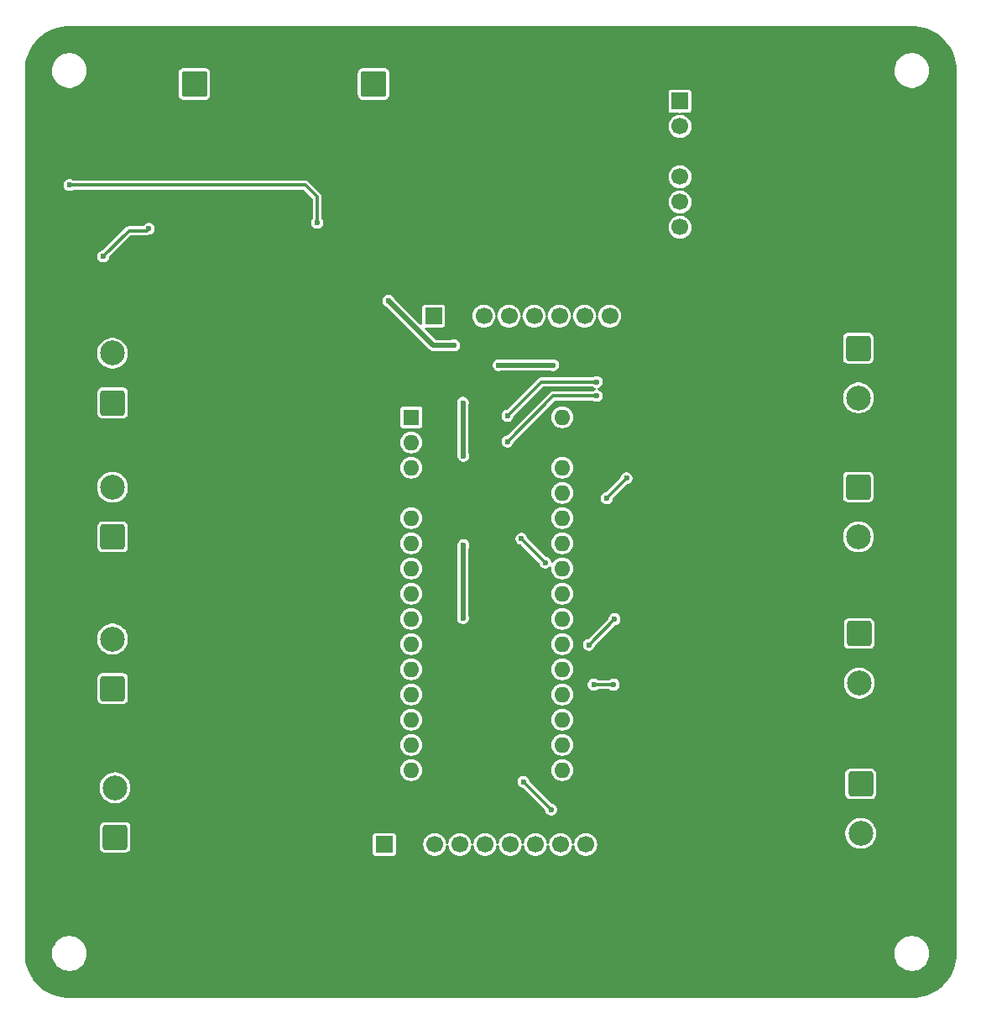
<source format=gbr>
%TF.GenerationSoftware,KiCad,Pcbnew,9.0.6*%
%TF.CreationDate,2026-02-12T10:09:26-05:00*%
%TF.ProjectId,polaris3.1,706f6c61-7269-4733-932e-312e6b696361,rev?*%
%TF.SameCoordinates,Original*%
%TF.FileFunction,Copper,L2,Bot*%
%TF.FilePolarity,Positive*%
%FSLAX46Y46*%
G04 Gerber Fmt 4.6, Leading zero omitted, Abs format (unit mm)*
G04 Created by KiCad (PCBNEW 9.0.6) date 2026-02-12 10:09:26*
%MOMM*%
%LPD*%
G01*
G04 APERTURE LIST*
G04 Aperture macros list*
%AMRoundRect*
0 Rectangle with rounded corners*
0 $1 Rounding radius*
0 $2 $3 $4 $5 $6 $7 $8 $9 X,Y pos of 4 corners*
0 Add a 4 corners polygon primitive as box body*
4,1,4,$2,$3,$4,$5,$6,$7,$8,$9,$2,$3,0*
0 Add four circle primitives for the rounded corners*
1,1,$1+$1,$2,$3*
1,1,$1+$1,$4,$5*
1,1,$1+$1,$6,$7*
1,1,$1+$1,$8,$9*
0 Add four rect primitives between the rounded corners*
20,1,$1+$1,$2,$3,$4,$5,0*
20,1,$1+$1,$4,$5,$6,$7,0*
20,1,$1+$1,$6,$7,$8,$9,0*
20,1,$1+$1,$8,$9,$2,$3,0*%
G04 Aperture macros list end*
%TA.AperFunction,ComponentPad*%
%ADD10RoundRect,0.250000X-1.000000X1.000000X-1.000000X-1.000000X1.000000X-1.000000X1.000000X1.000000X0*%
%TD*%
%TA.AperFunction,ComponentPad*%
%ADD11C,2.500000*%
%TD*%
%TA.AperFunction,ComponentPad*%
%ADD12RoundRect,0.250000X1.000000X-1.000000X1.000000X1.000000X-1.000000X1.000000X-1.000000X-1.000000X0*%
%TD*%
%TA.AperFunction,ComponentPad*%
%ADD13R,1.700000X1.700000*%
%TD*%
%TA.AperFunction,ComponentPad*%
%ADD14C,1.700000*%
%TD*%
%TA.AperFunction,ComponentPad*%
%ADD15RoundRect,0.250000X-1.050000X-1.050000X1.050000X-1.050000X1.050000X1.050000X-1.050000X1.050000X0*%
%TD*%
%TA.AperFunction,ComponentPad*%
%ADD16C,2.600000*%
%TD*%
%TA.AperFunction,ComponentPad*%
%ADD17R,1.600000X1.600000*%
%TD*%
%TA.AperFunction,ComponentPad*%
%ADD18O,1.600000X1.600000*%
%TD*%
%TA.AperFunction,ViaPad*%
%ADD19C,0.600000*%
%TD*%
%TA.AperFunction,Conductor*%
%ADD20C,0.300000*%
%TD*%
%TA.AperFunction,Conductor*%
%ADD21C,0.500000*%
%TD*%
G04 APERTURE END LIST*
D10*
%TO.P,J11,1,Pin_1*%
%TO.N,+15V*%
X199000000Y-69000000D03*
D11*
%TO.P,J11,2,Pin_2*%
%TO.N,Net-(D9-A)*%
X199000000Y-74000000D03*
%TD*%
D12*
%TO.P,J4,1,Pin_1*%
%TO.N,Net-(D3-A)*%
X123750000Y-103300000D03*
D11*
%TO.P,J4,2,Pin_2*%
%TO.N,+12V*%
X123750000Y-98300000D03*
%TD*%
D13*
%TO.P,J8,1,Pin_1*%
%TO.N,+3.3V*%
X156130000Y-65750000D03*
D14*
%TO.P,J8,2,Pin_2*%
%TO.N,GND*%
X158670000Y-65750000D03*
%TO.P,J8,3,Pin_3*%
%TO.N,I2C_SCL*%
X161210000Y-65750000D03*
%TO.P,J8,4,Pin_4*%
%TO.N,unconnected-(J8-Pin_4-Pad4)*%
X163750000Y-65750000D03*
%TO.P,J8,5,Pin_5*%
%TO.N,I2C_SDA*%
X166290000Y-65750000D03*
%TO.P,J8,6,Pin_6*%
%TO.N,unconnected-(J8-Pin_6-Pad6)*%
X168830000Y-65750000D03*
%TO.P,J8,7,Pin_7*%
%TO.N,unconnected-(J8-Pin_7-Pad7)*%
X171370000Y-65750000D03*
%TO.P,J8,8,Pin_8*%
%TO.N,unconnected-(J8-Pin_8-Pad8)*%
X173910000Y-65750000D03*
%TD*%
D10*
%TO.P,J12,1,Pin_1*%
%TO.N,+15V*%
X199000000Y-83000000D03*
D11*
%TO.P,J12,2,Pin_2*%
%TO.N,Net-(D2-A)*%
X199000000Y-88000000D03*
%TD*%
D10*
%TO.P,J6,1,Pin_1*%
%TO.N,+15V*%
X199082500Y-97750000D03*
D11*
%TO.P,J6,2,Pin_2*%
%TO.N,Net-(D11-A)*%
X199082500Y-102750000D03*
%TD*%
D15*
%TO.P,J1,1,Pin_1*%
%TO.N,+12V*%
X150100000Y-42350000D03*
D16*
%TO.P,J1,2,Pin_2*%
%TO.N,GND*%
X155100000Y-42350000D03*
%TD*%
D12*
%TO.P,J3,1,Pin_1*%
%TO.N,Net-(D1-A)*%
X123750000Y-88000000D03*
D11*
%TO.P,J3,2,Pin_2*%
%TO.N,+12V*%
X123750000Y-83000000D03*
%TD*%
D10*
%TO.P,J13,1,Pin_1*%
%TO.N,+15V*%
X199232500Y-112900000D03*
D11*
%TO.P,J13,2,Pin_2*%
%TO.N,Net-(D8-A)*%
X199232500Y-117900000D03*
%TD*%
D15*
%TO.P,J7,1,Pin_1*%
%TO.N,+15V*%
X132000000Y-42350000D03*
D16*
%TO.P,J7,2,Pin_2*%
%TO.N,GND*%
X137000000Y-42350000D03*
%TD*%
D12*
%TO.P,J2,1,Pin_1*%
%TO.N,Net-(D10-A)*%
X123750000Y-74500000D03*
D11*
%TO.P,J2,2,Pin_2*%
%TO.N,+12V*%
X123750000Y-69500000D03*
%TD*%
D13*
%TO.P,IMU1,1,Pin_1*%
%TO.N,+3.3V*%
X181000000Y-44100000D03*
D14*
%TO.P,IMU1,2,Pin_2*%
%TO.N,unconnected-(IMU1-Pin_2-Pad2)*%
X181000000Y-46640000D03*
%TO.P,IMU1,3,Pin_3*%
%TO.N,GND*%
X181000000Y-49180000D03*
%TO.P,IMU1,4,Pin_4*%
%TO.N,I2C_SDA*%
X181000000Y-51720000D03*
%TO.P,IMU1,5,Pin_5*%
%TO.N,I2C_SCL*%
X181000000Y-54260000D03*
%TO.P,IMU1,6,Pin_6*%
%TO.N,unconnected-(IMU1-Pin_6-Pad6)*%
X181000000Y-56800000D03*
%TD*%
D12*
%TO.P,J5,1,Pin_1*%
%TO.N,Net-(D4-A)*%
X124000000Y-118300000D03*
D11*
%TO.P,J5,2,Pin_2*%
%TO.N,+12V*%
X124000000Y-113300000D03*
%TD*%
D17*
%TO.P,A1,1,D1/TX*%
%TO.N,PYRO_1*%
X153890000Y-75950000D03*
D18*
%TO.P,A1,2,D0/RX*%
%TO.N,PYRO_2*%
X153890000Y-78490000D03*
%TO.P,A1,3,~{RESET}*%
%TO.N,RESET*%
X153890000Y-81030000D03*
%TO.P,A1,4,GND*%
%TO.N,GND*%
X153890000Y-83570000D03*
%TO.P,A1,5,D2*%
%TO.N,PYRO_3*%
X153890000Y-86110000D03*
%TO.P,A1,6,D3*%
%TO.N,PYRO_4*%
X153890000Y-88650000D03*
%TO.P,A1,7,D4*%
%TO.N,SD_DET*%
X153890000Y-91190000D03*
%TO.P,A1,8,D5*%
%TO.N,D5*%
X153890000Y-93730000D03*
%TO.P,A1,9,D6*%
%TO.N,SOL_1*%
X153890000Y-96270000D03*
%TO.P,A1,10,D7*%
%TO.N,SOL_2*%
X153890000Y-98810000D03*
%TO.P,A1,11,D8*%
%TO.N,CAN_TX*%
X153890000Y-101350000D03*
%TO.P,A1,12,D9*%
%TO.N,CAN_RX*%
X153890000Y-103890000D03*
%TO.P,A1,13,D10/CS*%
%TO.N,SPI_CS*%
X153890000Y-106430000D03*
%TO.P,A1,14,D11/COPI*%
%TO.N,SPI_SI*%
X153890000Y-108970000D03*
%TO.P,A1,15,D12/CIPO*%
%TO.N,SPI_SO*%
X153890000Y-111510000D03*
%TO.P,A1,16,D13/SCK*%
%TO.N,SPI_CLK*%
X169130000Y-111510000D03*
%TO.P,A1,17,3V3*%
%TO.N,+3.3V*%
X169130000Y-108970000D03*
%TO.P,A1,18,B0*%
%TO.N,unconnected-(A1-B0-Pad18)*%
X169130000Y-106430000D03*
%TO.P,A1,19,A0*%
%TO.N,PYRO_4_CONTINUITY*%
X169130000Y-103890000D03*
%TO.P,A1,20,A1*%
%TO.N,PYRO_3_CONTINUITY*%
X169130000Y-101350000D03*
%TO.P,A1,21,A2*%
%TO.N,PYRO_2_CONTINUITY*%
X169130000Y-98810000D03*
%TO.P,A1,22,A3*%
%TO.N,PYRO_1_CONTINUITY*%
X169130000Y-96270000D03*
%TO.P,A1,23,SDA/A4*%
%TO.N,I2C_SDA*%
X169130000Y-93730000D03*
%TO.P,A1,24,SCL/A5*%
%TO.N,I2C_SCL*%
X169130000Y-91190000D03*
%TO.P,A1,25,A6*%
%TO.N,A6*%
X169130000Y-88650000D03*
%TO.P,A1,26,A7*%
%TO.N,A7*%
X169130000Y-86110000D03*
%TO.P,A1,27,VUSB/5V*%
%TO.N,unconnected-(A1-VUSB{slash}5V-Pad27)*%
X169130000Y-83570000D03*
%TO.P,A1,28,B1*%
%TO.N,unconnected-(A1-B1-Pad28)*%
X169130000Y-81030000D03*
%TO.P,A1,29,GND*%
%TO.N,GND*%
X169130000Y-78490000D03*
%TO.P,A1,30,VIN*%
%TO.N,+12V*%
X169130000Y-75950000D03*
%TD*%
D13*
%TO.P,J10,1,Pin_1*%
%TO.N,+3.3V*%
X151170000Y-119000000D03*
D14*
%TO.P,J10,2,Pin_2*%
%TO.N,GND*%
X153710000Y-119000000D03*
%TO.P,J10,3,Pin_3*%
%TO.N,SPI_CLK*%
X156250000Y-119000000D03*
%TO.P,J10,4,Pin_4*%
%TO.N,SPI_SO*%
X158790000Y-119000000D03*
%TO.P,J10,5,Pin_5*%
%TO.N,SPI_SI*%
X161330000Y-119000000D03*
%TO.P,J10,6,Pin_6*%
%TO.N,SPI_CS*%
X163870000Y-119000000D03*
%TO.P,J10,7,Pin_7*%
%TO.N,unconnected-(J10-Pin_7-Pad7)*%
X166410000Y-119000000D03*
%TO.P,J10,8,Pin_8*%
%TO.N,unconnected-(J10-Pin_8-Pad8)*%
X168950000Y-119000000D03*
%TO.P,J10,9,Pin_9*%
%TO.N,SD_DET*%
X171490000Y-119000000D03*
%TD*%
D19*
%TO.N,GND*%
X147000000Y-118300000D03*
X141100000Y-117900000D03*
X138900000Y-117900000D03*
X146800000Y-102900000D03*
X141000000Y-102500000D03*
X138800000Y-102500000D03*
X140900000Y-87300000D03*
X138600000Y-87200000D03*
X146300000Y-87500000D03*
X141500000Y-74000000D03*
X139000000Y-73900000D03*
X147000000Y-74300000D03*
X151400000Y-68900000D03*
X173900000Y-62300000D03*
X161500000Y-73000000D03*
X170300000Y-70900000D03*
X167500000Y-78500000D03*
X166800000Y-121700000D03*
X154400000Y-117000000D03*
X153100000Y-117000000D03*
X174600000Y-115300000D03*
X176000000Y-119300000D03*
X184100000Y-113400000D03*
X181800000Y-113400000D03*
X176100000Y-104800000D03*
X174600000Y-101300000D03*
X184100000Y-98400000D03*
X181900000Y-98400000D03*
X176200000Y-90200000D03*
X176200000Y-87800000D03*
X176000000Y-73800000D03*
X184600000Y-83600000D03*
X182400000Y-83600000D03*
X184500000Y-69700000D03*
X182200000Y-69700000D03*
X176000000Y-76100000D03*
X183400000Y-49800000D03*
X183400000Y-48400000D03*
X159400000Y-67000000D03*
X158100000Y-67000000D03*
X117500000Y-48900000D03*
X156000000Y-44400000D03*
X154000000Y-44400000D03*
X172800000Y-41900000D03*
X171700000Y-41900000D03*
X164900000Y-42000000D03*
X164000000Y-42000000D03*
X135500000Y-108100000D03*
X136800000Y-92800000D03*
X169100000Y-53100000D03*
X137400000Y-50350000D03*
X122300000Y-53450000D03*
X130400000Y-63550000D03*
X118300000Y-55350000D03*
X186800000Y-46000000D03*
X137600000Y-44300000D03*
X124800000Y-62050000D03*
X157000000Y-84600000D03*
X122300000Y-50450000D03*
X138300000Y-63550000D03*
X180600000Y-132000000D03*
X145400000Y-60950000D03*
X197700000Y-41000000D03*
X126250000Y-59350000D03*
X159400000Y-56400000D03*
X136700000Y-78100000D03*
X127700000Y-60650000D03*
X143500000Y-60950000D03*
X140500000Y-62350000D03*
X131500000Y-50350000D03*
X122300000Y-48950000D03*
X137900000Y-40600000D03*
X146250000Y-40100000D03*
X134500000Y-50350000D03*
X166000000Y-57300000D03*
X162000000Y-86500000D03*
X155700000Y-39950000D03*
X134400000Y-63550000D03*
X188300000Y-107300000D03*
X138900000Y-42450000D03*
X142500000Y-46600000D03*
X125250000Y-42600000D03*
X122300000Y-47550000D03*
X132200000Y-62150000D03*
X133250000Y-48350000D03*
X141250000Y-50350000D03*
X203600000Y-48800000D03*
X144000000Y-62850000D03*
X142700000Y-60950000D03*
X193300000Y-58400000D03*
X117000000Y-62600000D03*
X162600000Y-127500000D03*
X122300000Y-58650000D03*
X136250000Y-48350000D03*
X186300000Y-92100000D03*
X145250000Y-50850000D03*
X122750000Y-45100000D03*
X182000000Y-62800000D03*
X136500000Y-62150000D03*
X146200000Y-60950000D03*
X194600000Y-126800000D03*
X163100000Y-102500000D03*
X126500000Y-131000000D03*
X127250000Y-63100000D03*
X186000000Y-77800000D03*
X154500000Y-39950000D03*
%TO.N,PYRO_3_CONTINUITY*%
X174300000Y-102900000D03*
X172300000Y-102900000D03*
%TO.N,+12V*%
X144400000Y-56350000D03*
X119400000Y-52550000D03*
X151600000Y-64200000D03*
X168200000Y-70700000D03*
X158200000Y-68700000D03*
X162700000Y-70700000D03*
%TO.N,PYRO_1*%
X163600000Y-75800000D03*
X172600000Y-72400000D03*
%TO.N,+3.3V*%
X159150000Y-88850000D03*
X159150000Y-79850000D03*
X159100000Y-96200000D03*
X159100000Y-74500000D03*
%TO.N,PYRO_2*%
X163600000Y-78400000D03*
X172600000Y-73800000D03*
%TO.N,PYRO_1_CONTINUITY*%
X175600000Y-82100000D03*
X173600000Y-84100000D03*
%TO.N,PYRO_2_CONTINUITY*%
X171800000Y-98900000D03*
X174400000Y-96300000D03*
%TO.N,I2C_SCL*%
X167400000Y-90600000D03*
X165000000Y-88200000D03*
%TO.N,Net-(U2-SW)*%
X122800000Y-59750000D03*
X127400000Y-56950000D03*
%TO.N,SD_DET*%
X165200000Y-112700000D03*
X168000000Y-115500000D03*
%TO.N,GND*%
X136600000Y-123600000D03*
%TD*%
D20*
%TO.N,PYRO_3_CONTINUITY*%
X174300000Y-102900000D02*
X172300000Y-102900000D01*
D21*
%TO.N,+12V*%
X156100000Y-68700000D02*
X151600000Y-64200000D01*
D20*
X143200000Y-52550000D02*
X144400000Y-53750000D01*
X119400000Y-52550000D02*
X143200000Y-52550000D01*
D21*
X158200000Y-68700000D02*
X156100000Y-68700000D01*
X168200000Y-70700000D02*
X162700000Y-70700000D01*
D20*
X144400000Y-56350000D02*
X144400000Y-56450000D01*
X144400000Y-53750000D02*
X144400000Y-56350000D01*
%TO.N,PYRO_1*%
X163600000Y-75800000D02*
X167000000Y-72400000D01*
X167000000Y-72400000D02*
X172600000Y-72400000D01*
D21*
%TO.N,+3.3V*%
X159100000Y-96200000D02*
X159100000Y-88900000D01*
X159100000Y-88900000D02*
X159150000Y-88850000D01*
X159100000Y-79800000D02*
X159100000Y-74500000D01*
X159150000Y-79850000D02*
X159100000Y-79800000D01*
D20*
%TO.N,PYRO_2*%
X172600000Y-73800000D02*
X168200000Y-73800000D01*
X168200000Y-73800000D02*
X163600000Y-78400000D01*
%TO.N,PYRO_1_CONTINUITY*%
X173600000Y-84100000D02*
X175600000Y-82100000D01*
%TO.N,PYRO_2_CONTINUITY*%
X171800000Y-98900000D02*
X174400000Y-96300000D01*
%TO.N,I2C_SCL*%
X167400000Y-90600000D02*
X165000000Y-88200000D01*
%TO.N,Net-(U2-SW)*%
X125400000Y-57150000D02*
X122800000Y-59750000D01*
X127200000Y-57150000D02*
X125400000Y-57150000D01*
X127400000Y-56950000D02*
X127200000Y-57150000D01*
%TO.N,SD_DET*%
X168000000Y-115500000D02*
X165200000Y-112700000D01*
%TD*%
%TA.AperFunction,Conductor*%
%TO.N,GND*%
G36*
X204402702Y-36500617D02*
G01*
X204786771Y-36517386D01*
X204797506Y-36518326D01*
X205175971Y-36568152D01*
X205186597Y-36570025D01*
X205559284Y-36652648D01*
X205569710Y-36655442D01*
X205933765Y-36770227D01*
X205943911Y-36773920D01*
X206296578Y-36920000D01*
X206306369Y-36924566D01*
X206644942Y-37100816D01*
X206654310Y-37106224D01*
X206976244Y-37311318D01*
X206985105Y-37317523D01*
X207287930Y-37549889D01*
X207296217Y-37556843D01*
X207577635Y-37814715D01*
X207585284Y-37822364D01*
X207843156Y-38103782D01*
X207850110Y-38112069D01*
X208082476Y-38414894D01*
X208088681Y-38423755D01*
X208293775Y-38745689D01*
X208299183Y-38755057D01*
X208475430Y-39093623D01*
X208480002Y-39103427D01*
X208626075Y-39456078D01*
X208629775Y-39466244D01*
X208744554Y-39830278D01*
X208747354Y-39840727D01*
X208829971Y-40213389D01*
X208831849Y-40224042D01*
X208881671Y-40602473D01*
X208882614Y-40613249D01*
X208899382Y-40997297D01*
X208899500Y-41002706D01*
X208899500Y-129997293D01*
X208899382Y-130002702D01*
X208882614Y-130386750D01*
X208881671Y-130397526D01*
X208831849Y-130775957D01*
X208829971Y-130786610D01*
X208747354Y-131159272D01*
X208744554Y-131169721D01*
X208629775Y-131533755D01*
X208626075Y-131543921D01*
X208480002Y-131896572D01*
X208475430Y-131906376D01*
X208299183Y-132244942D01*
X208293775Y-132254310D01*
X208088681Y-132576244D01*
X208082476Y-132585105D01*
X207850110Y-132887930D01*
X207843156Y-132896217D01*
X207585284Y-133177635D01*
X207577635Y-133185284D01*
X207296217Y-133443156D01*
X207287930Y-133450110D01*
X206985105Y-133682476D01*
X206976244Y-133688681D01*
X206654310Y-133893775D01*
X206644942Y-133899183D01*
X206306376Y-134075430D01*
X206296572Y-134080002D01*
X205943921Y-134226075D01*
X205933755Y-134229775D01*
X205569721Y-134344554D01*
X205559272Y-134347354D01*
X205186610Y-134429971D01*
X205175957Y-134431849D01*
X204797526Y-134481671D01*
X204786750Y-134482614D01*
X204402703Y-134499382D01*
X204397294Y-134499500D01*
X119402706Y-134499500D01*
X119397297Y-134499382D01*
X119013249Y-134482614D01*
X119002473Y-134481671D01*
X118624042Y-134431849D01*
X118613389Y-134429971D01*
X118240727Y-134347354D01*
X118230278Y-134344554D01*
X117866244Y-134229775D01*
X117856078Y-134226075D01*
X117503427Y-134080002D01*
X117493623Y-134075430D01*
X117155057Y-133899183D01*
X117145689Y-133893775D01*
X116823755Y-133688681D01*
X116814894Y-133682476D01*
X116512069Y-133450110D01*
X116503782Y-133443156D01*
X116222364Y-133185284D01*
X116214715Y-133177635D01*
X115956843Y-132896217D01*
X115949889Y-132887930D01*
X115717523Y-132585105D01*
X115711318Y-132576244D01*
X115506224Y-132254310D01*
X115500816Y-132244942D01*
X115324569Y-131906376D01*
X115319997Y-131896572D01*
X115259492Y-131750499D01*
X115173920Y-131543911D01*
X115170224Y-131533755D01*
X115055442Y-131169710D01*
X115052648Y-131159284D01*
X114970025Y-130786597D01*
X114968152Y-130775971D01*
X114918326Y-130397506D01*
X114917386Y-130386771D01*
X114900618Y-130002702D01*
X114900500Y-129997293D01*
X114900500Y-129885258D01*
X117649500Y-129885258D01*
X117649500Y-130114741D01*
X117664346Y-130227502D01*
X117679452Y-130342238D01*
X117738842Y-130563887D01*
X117826650Y-130775876D01*
X117826657Y-130775890D01*
X117941392Y-130974617D01*
X118081081Y-131156661D01*
X118081089Y-131156670D01*
X118243330Y-131318911D01*
X118243338Y-131318918D01*
X118425382Y-131458607D01*
X118425385Y-131458608D01*
X118425388Y-131458611D01*
X118624112Y-131573344D01*
X118624117Y-131573346D01*
X118624123Y-131573349D01*
X118715480Y-131611190D01*
X118836113Y-131661158D01*
X119057762Y-131720548D01*
X119285266Y-131750500D01*
X119285273Y-131750500D01*
X119514727Y-131750500D01*
X119514734Y-131750500D01*
X119742238Y-131720548D01*
X119963887Y-131661158D01*
X120175888Y-131573344D01*
X120374612Y-131458611D01*
X120556661Y-131318919D01*
X120556665Y-131318914D01*
X120556670Y-131318911D01*
X120718911Y-131156670D01*
X120718914Y-131156665D01*
X120718919Y-131156661D01*
X120858611Y-130974612D01*
X120973344Y-130775888D01*
X121061158Y-130563887D01*
X121120548Y-130342238D01*
X121150500Y-130114734D01*
X121150500Y-129885266D01*
X121150499Y-129885258D01*
X202649500Y-129885258D01*
X202649500Y-130114741D01*
X202664346Y-130227502D01*
X202679452Y-130342238D01*
X202738842Y-130563887D01*
X202826650Y-130775876D01*
X202826657Y-130775890D01*
X202941392Y-130974617D01*
X203081081Y-131156661D01*
X203081089Y-131156670D01*
X203243330Y-131318911D01*
X203243338Y-131318918D01*
X203425382Y-131458607D01*
X203425385Y-131458608D01*
X203425388Y-131458611D01*
X203624112Y-131573344D01*
X203624117Y-131573346D01*
X203624123Y-131573349D01*
X203715480Y-131611190D01*
X203836113Y-131661158D01*
X204057762Y-131720548D01*
X204285266Y-131750500D01*
X204285273Y-131750500D01*
X204514727Y-131750500D01*
X204514734Y-131750500D01*
X204742238Y-131720548D01*
X204963887Y-131661158D01*
X205175888Y-131573344D01*
X205374612Y-131458611D01*
X205556661Y-131318919D01*
X205556665Y-131318914D01*
X205556670Y-131318911D01*
X205718911Y-131156670D01*
X205718914Y-131156665D01*
X205718919Y-131156661D01*
X205858611Y-130974612D01*
X205973344Y-130775888D01*
X206061158Y-130563887D01*
X206120548Y-130342238D01*
X206150500Y-130114734D01*
X206150500Y-129885266D01*
X206120548Y-129657762D01*
X206061158Y-129436113D01*
X205973344Y-129224112D01*
X205858611Y-129025388D01*
X205858608Y-129025385D01*
X205858607Y-129025382D01*
X205718918Y-128843338D01*
X205718911Y-128843330D01*
X205556670Y-128681089D01*
X205556661Y-128681081D01*
X205374617Y-128541392D01*
X205175890Y-128426657D01*
X205175876Y-128426650D01*
X204963887Y-128338842D01*
X204742238Y-128279452D01*
X204704215Y-128274446D01*
X204514741Y-128249500D01*
X204514734Y-128249500D01*
X204285266Y-128249500D01*
X204285258Y-128249500D01*
X204068715Y-128278009D01*
X204057762Y-128279452D01*
X203964076Y-128304554D01*
X203836112Y-128338842D01*
X203624123Y-128426650D01*
X203624109Y-128426657D01*
X203425382Y-128541392D01*
X203243338Y-128681081D01*
X203081081Y-128843338D01*
X202941392Y-129025382D01*
X202826657Y-129224109D01*
X202826650Y-129224123D01*
X202738842Y-129436112D01*
X202679453Y-129657759D01*
X202679451Y-129657770D01*
X202649500Y-129885258D01*
X121150499Y-129885258D01*
X121120548Y-129657762D01*
X121061158Y-129436113D01*
X120973344Y-129224112D01*
X120858611Y-129025388D01*
X120858608Y-129025385D01*
X120858607Y-129025382D01*
X120718918Y-128843338D01*
X120718911Y-128843330D01*
X120556670Y-128681089D01*
X120556661Y-128681081D01*
X120374617Y-128541392D01*
X120175890Y-128426657D01*
X120175876Y-128426650D01*
X119963887Y-128338842D01*
X119742238Y-128279452D01*
X119704215Y-128274446D01*
X119514741Y-128249500D01*
X119514734Y-128249500D01*
X119285266Y-128249500D01*
X119285258Y-128249500D01*
X119068715Y-128278009D01*
X119057762Y-128279452D01*
X118964076Y-128304554D01*
X118836112Y-128338842D01*
X118624123Y-128426650D01*
X118624109Y-128426657D01*
X118425382Y-128541392D01*
X118243338Y-128681081D01*
X118081081Y-128843338D01*
X117941392Y-129025382D01*
X117826657Y-129224109D01*
X117826650Y-129224123D01*
X117738842Y-129436112D01*
X117679453Y-129657759D01*
X117679451Y-129657770D01*
X117649500Y-129885258D01*
X114900500Y-129885258D01*
X114900500Y-117256898D01*
X122449500Y-117256898D01*
X122449500Y-119343102D01*
X122455126Y-119389954D01*
X122460122Y-119431561D01*
X122460122Y-119431563D01*
X122460123Y-119431564D01*
X122477722Y-119476192D01*
X122515639Y-119572343D01*
X122607077Y-119692922D01*
X122727656Y-119784360D01*
X122727657Y-119784360D01*
X122727658Y-119784361D01*
X122868436Y-119839877D01*
X122956898Y-119850500D01*
X122956903Y-119850500D01*
X125043097Y-119850500D01*
X125043102Y-119850500D01*
X125131564Y-119839877D01*
X125272342Y-119784361D01*
X125392922Y-119692922D01*
X125484361Y-119572342D01*
X125539877Y-119431564D01*
X125550500Y-119343102D01*
X125550500Y-118105131D01*
X150019500Y-118105131D01*
X150019500Y-119894856D01*
X150019502Y-119894882D01*
X150022413Y-119919987D01*
X150022415Y-119919991D01*
X150067793Y-120022764D01*
X150067794Y-120022765D01*
X150147235Y-120102206D01*
X150250009Y-120147585D01*
X150275135Y-120150500D01*
X152064864Y-120150499D01*
X152064879Y-120150497D01*
X152064882Y-120150497D01*
X152089987Y-120147586D01*
X152089988Y-120147585D01*
X152089991Y-120147585D01*
X152192765Y-120102206D01*
X152272206Y-120022765D01*
X152317585Y-119919991D01*
X152320500Y-119894865D01*
X152320499Y-118909448D01*
X155099500Y-118909448D01*
X155099500Y-119090551D01*
X155127829Y-119269410D01*
X155183787Y-119441636D01*
X155183788Y-119441639D01*
X155239664Y-119551300D01*
X155250386Y-119572343D01*
X155266006Y-119602997D01*
X155372441Y-119749494D01*
X155372445Y-119749499D01*
X155500500Y-119877554D01*
X155500505Y-119877558D01*
X155628287Y-119970396D01*
X155647006Y-119983996D01*
X155723094Y-120022765D01*
X155808360Y-120066211D01*
X155808363Y-120066212D01*
X155894476Y-120094191D01*
X155980591Y-120122171D01*
X156063429Y-120135291D01*
X156159449Y-120150500D01*
X156159454Y-120150500D01*
X156340551Y-120150500D01*
X156427259Y-120136765D01*
X156519409Y-120122171D01*
X156691639Y-120066211D01*
X156852994Y-119983996D01*
X156999501Y-119877553D01*
X157127553Y-119749501D01*
X157233996Y-119602994D01*
X157316211Y-119441639D01*
X157372171Y-119269409D01*
X157386422Y-119179425D01*
X157397527Y-119109321D01*
X157427456Y-119046186D01*
X157486768Y-119009255D01*
X157556630Y-119010253D01*
X157614863Y-119048863D01*
X157642473Y-119109321D01*
X157667829Y-119269410D01*
X157723787Y-119441636D01*
X157723788Y-119441639D01*
X157779664Y-119551300D01*
X157790386Y-119572343D01*
X157806006Y-119602997D01*
X157912441Y-119749494D01*
X157912445Y-119749499D01*
X158040500Y-119877554D01*
X158040505Y-119877558D01*
X158168287Y-119970396D01*
X158187006Y-119983996D01*
X158263094Y-120022765D01*
X158348360Y-120066211D01*
X158348363Y-120066212D01*
X158434476Y-120094191D01*
X158520591Y-120122171D01*
X158603429Y-120135291D01*
X158699449Y-120150500D01*
X158699454Y-120150500D01*
X158880551Y-120150500D01*
X158967259Y-120136765D01*
X159059409Y-120122171D01*
X159231639Y-120066211D01*
X159392994Y-119983996D01*
X159539501Y-119877553D01*
X159667553Y-119749501D01*
X159773996Y-119602994D01*
X159856211Y-119441639D01*
X159912171Y-119269409D01*
X159926422Y-119179425D01*
X159937527Y-119109321D01*
X159967456Y-119046186D01*
X160026768Y-119009255D01*
X160096630Y-119010253D01*
X160154863Y-119048863D01*
X160182473Y-119109321D01*
X160207829Y-119269410D01*
X160263787Y-119441636D01*
X160263788Y-119441639D01*
X160319664Y-119551300D01*
X160330386Y-119572343D01*
X160346006Y-119602997D01*
X160452441Y-119749494D01*
X160452445Y-119749499D01*
X160580500Y-119877554D01*
X160580505Y-119877558D01*
X160708287Y-119970396D01*
X160727006Y-119983996D01*
X160803094Y-120022765D01*
X160888360Y-120066211D01*
X160888363Y-120066212D01*
X160974476Y-120094191D01*
X161060591Y-120122171D01*
X161143429Y-120135291D01*
X161239449Y-120150500D01*
X161239454Y-120150500D01*
X161420551Y-120150500D01*
X161507259Y-120136765D01*
X161599409Y-120122171D01*
X161771639Y-120066211D01*
X161932994Y-119983996D01*
X162079501Y-119877553D01*
X162207553Y-119749501D01*
X162313996Y-119602994D01*
X162396211Y-119441639D01*
X162452171Y-119269409D01*
X162466422Y-119179425D01*
X162477527Y-119109321D01*
X162507456Y-119046186D01*
X162566768Y-119009255D01*
X162636630Y-119010253D01*
X162694863Y-119048863D01*
X162722473Y-119109321D01*
X162747829Y-119269410D01*
X162803787Y-119441636D01*
X162803788Y-119441639D01*
X162859664Y-119551300D01*
X162870386Y-119572343D01*
X162886006Y-119602997D01*
X162992441Y-119749494D01*
X162992445Y-119749499D01*
X163120500Y-119877554D01*
X163120505Y-119877558D01*
X163248287Y-119970396D01*
X163267006Y-119983996D01*
X163343094Y-120022765D01*
X163428360Y-120066211D01*
X163428363Y-120066212D01*
X163514476Y-120094191D01*
X163600591Y-120122171D01*
X163683429Y-120135291D01*
X163779449Y-120150500D01*
X163779454Y-120150500D01*
X163960551Y-120150500D01*
X164047259Y-120136765D01*
X164139409Y-120122171D01*
X164311639Y-120066211D01*
X164472994Y-119983996D01*
X164619501Y-119877553D01*
X164747553Y-119749501D01*
X164853996Y-119602994D01*
X164936211Y-119441639D01*
X164992171Y-119269409D01*
X165006422Y-119179425D01*
X165017527Y-119109321D01*
X165047456Y-119046186D01*
X165106768Y-119009255D01*
X165176630Y-119010253D01*
X165234863Y-119048863D01*
X165262473Y-119109321D01*
X165287829Y-119269410D01*
X165343787Y-119441636D01*
X165343788Y-119441639D01*
X165399664Y-119551300D01*
X165410386Y-119572343D01*
X165426006Y-119602997D01*
X165532441Y-119749494D01*
X165532445Y-119749499D01*
X165660500Y-119877554D01*
X165660505Y-119877558D01*
X165788287Y-119970396D01*
X165807006Y-119983996D01*
X165883094Y-120022765D01*
X165968360Y-120066211D01*
X165968363Y-120066212D01*
X166054476Y-120094191D01*
X166140591Y-120122171D01*
X166223429Y-120135291D01*
X166319449Y-120150500D01*
X166319454Y-120150500D01*
X166500551Y-120150500D01*
X166587259Y-120136765D01*
X166679409Y-120122171D01*
X166851639Y-120066211D01*
X167012994Y-119983996D01*
X167159501Y-119877553D01*
X167287553Y-119749501D01*
X167393996Y-119602994D01*
X167476211Y-119441639D01*
X167532171Y-119269409D01*
X167546422Y-119179425D01*
X167557527Y-119109321D01*
X167587456Y-119046186D01*
X167646768Y-119009255D01*
X167716630Y-119010253D01*
X167774863Y-119048863D01*
X167802473Y-119109321D01*
X167827829Y-119269410D01*
X167883787Y-119441636D01*
X167883788Y-119441639D01*
X167939664Y-119551300D01*
X167950386Y-119572343D01*
X167966006Y-119602997D01*
X168072441Y-119749494D01*
X168072445Y-119749499D01*
X168200500Y-119877554D01*
X168200505Y-119877558D01*
X168328287Y-119970396D01*
X168347006Y-119983996D01*
X168423094Y-120022765D01*
X168508360Y-120066211D01*
X168508363Y-120066212D01*
X168594476Y-120094191D01*
X168680591Y-120122171D01*
X168763429Y-120135291D01*
X168859449Y-120150500D01*
X168859454Y-120150500D01*
X169040551Y-120150500D01*
X169127259Y-120136765D01*
X169219409Y-120122171D01*
X169391639Y-120066211D01*
X169552994Y-119983996D01*
X169699501Y-119877553D01*
X169827553Y-119749501D01*
X169933996Y-119602994D01*
X170016211Y-119441639D01*
X170072171Y-119269409D01*
X170086422Y-119179425D01*
X170097527Y-119109321D01*
X170127456Y-119046186D01*
X170186768Y-119009255D01*
X170256630Y-119010253D01*
X170314863Y-119048863D01*
X170342473Y-119109321D01*
X170367829Y-119269410D01*
X170423787Y-119441636D01*
X170423788Y-119441639D01*
X170479664Y-119551300D01*
X170490386Y-119572343D01*
X170506006Y-119602997D01*
X170612441Y-119749494D01*
X170612445Y-119749499D01*
X170740500Y-119877554D01*
X170740505Y-119877558D01*
X170868287Y-119970396D01*
X170887006Y-119983996D01*
X170963094Y-120022765D01*
X171048360Y-120066211D01*
X171048363Y-120066212D01*
X171134476Y-120094191D01*
X171220591Y-120122171D01*
X171303429Y-120135291D01*
X171399449Y-120150500D01*
X171399454Y-120150500D01*
X171580551Y-120150500D01*
X171667259Y-120136765D01*
X171759409Y-120122171D01*
X171931639Y-120066211D01*
X172092994Y-119983996D01*
X172239501Y-119877553D01*
X172367553Y-119749501D01*
X172473996Y-119602994D01*
X172556211Y-119441639D01*
X172612171Y-119269409D01*
X172626765Y-119177259D01*
X172640500Y-119090551D01*
X172640500Y-118909448D01*
X172624019Y-118805397D01*
X172612171Y-118730591D01*
X172556211Y-118558361D01*
X172556211Y-118558360D01*
X172524021Y-118495185D01*
X172473996Y-118397006D01*
X172376688Y-118263072D01*
X172367558Y-118250505D01*
X172367554Y-118250500D01*
X172239499Y-118122445D01*
X172239494Y-118122441D01*
X172092997Y-118016006D01*
X172092996Y-118016005D01*
X172092994Y-118016004D01*
X172016906Y-117977235D01*
X171931639Y-117933788D01*
X171931633Y-117933786D01*
X171800046Y-117891032D01*
X171800045Y-117891032D01*
X171759410Y-117877829D01*
X171580551Y-117849500D01*
X171580546Y-117849500D01*
X171399454Y-117849500D01*
X171399449Y-117849500D01*
X171220589Y-117877829D01*
X171048363Y-117933787D01*
X171048360Y-117933788D01*
X170887002Y-118016006D01*
X170740505Y-118122441D01*
X170740500Y-118122445D01*
X170612445Y-118250500D01*
X170612441Y-118250505D01*
X170506006Y-118397002D01*
X170423788Y-118558360D01*
X170423787Y-118558363D01*
X170367829Y-118730589D01*
X170342473Y-118890678D01*
X170312544Y-118953813D01*
X170253232Y-118990744D01*
X170183369Y-118989746D01*
X170125137Y-118951136D01*
X170097527Y-118890678D01*
X170083740Y-118803639D01*
X170072171Y-118730591D01*
X170016211Y-118558361D01*
X170016211Y-118558360D01*
X169984021Y-118495185D01*
X169933996Y-118397006D01*
X169836688Y-118263072D01*
X169827558Y-118250505D01*
X169827554Y-118250500D01*
X169699499Y-118122445D01*
X169699494Y-118122441D01*
X169552997Y-118016006D01*
X169552996Y-118016005D01*
X169552994Y-118016004D01*
X169476906Y-117977235D01*
X169391639Y-117933788D01*
X169391636Y-117933787D01*
X169219410Y-117877829D01*
X169040551Y-117849500D01*
X169040546Y-117849500D01*
X168859454Y-117849500D01*
X168859449Y-117849500D01*
X168680589Y-117877829D01*
X168508363Y-117933787D01*
X168508360Y-117933788D01*
X168347002Y-118016006D01*
X168200505Y-118122441D01*
X168200500Y-118122445D01*
X168072445Y-118250500D01*
X168072441Y-118250505D01*
X167966006Y-118397002D01*
X167883788Y-118558360D01*
X167883787Y-118558363D01*
X167827829Y-118730589D01*
X167802473Y-118890678D01*
X167772544Y-118953813D01*
X167713232Y-118990744D01*
X167643369Y-118989746D01*
X167585137Y-118951136D01*
X167557527Y-118890678D01*
X167543740Y-118803639D01*
X167532171Y-118730591D01*
X167476211Y-118558361D01*
X167476211Y-118558360D01*
X167444021Y-118495185D01*
X167393996Y-118397006D01*
X167296688Y-118263072D01*
X167287558Y-118250505D01*
X167287554Y-118250500D01*
X167159499Y-118122445D01*
X167159494Y-118122441D01*
X167012997Y-118016006D01*
X167012996Y-118016005D01*
X167012994Y-118016004D01*
X166936906Y-117977235D01*
X166851639Y-117933788D01*
X166851636Y-117933787D01*
X166679410Y-117877829D01*
X166500551Y-117849500D01*
X166500546Y-117849500D01*
X166319454Y-117849500D01*
X166319449Y-117849500D01*
X166140589Y-117877829D01*
X165968363Y-117933787D01*
X165968360Y-117933788D01*
X165807002Y-118016006D01*
X165660505Y-118122441D01*
X165660500Y-118122445D01*
X165532445Y-118250500D01*
X165532441Y-118250505D01*
X165426006Y-118397002D01*
X165343788Y-118558360D01*
X165343787Y-118558363D01*
X165287829Y-118730589D01*
X165262473Y-118890678D01*
X165232544Y-118953813D01*
X165173232Y-118990744D01*
X165103369Y-118989746D01*
X165045137Y-118951136D01*
X165017527Y-118890678D01*
X165003740Y-118803639D01*
X164992171Y-118730591D01*
X164936211Y-118558361D01*
X164936211Y-118558360D01*
X164904021Y-118495185D01*
X164853996Y-118397006D01*
X164756688Y-118263072D01*
X164747558Y-118250505D01*
X164747554Y-118250500D01*
X164619499Y-118122445D01*
X164619494Y-118122441D01*
X164472997Y-118016006D01*
X164472996Y-118016005D01*
X164472994Y-118016004D01*
X164396906Y-117977235D01*
X164311639Y-117933788D01*
X164311636Y-117933787D01*
X164139410Y-117877829D01*
X163960551Y-117849500D01*
X163960546Y-117849500D01*
X163779454Y-117849500D01*
X163779449Y-117849500D01*
X163600589Y-117877829D01*
X163428363Y-117933787D01*
X163428360Y-117933788D01*
X163267002Y-118016006D01*
X163120505Y-118122441D01*
X163120500Y-118122445D01*
X162992445Y-118250500D01*
X162992441Y-118250505D01*
X162886006Y-118397002D01*
X162803788Y-118558360D01*
X162803787Y-118558363D01*
X162747829Y-118730589D01*
X162722473Y-118890678D01*
X162692544Y-118953813D01*
X162633232Y-118990744D01*
X162563369Y-118989746D01*
X162505137Y-118951136D01*
X162477527Y-118890678D01*
X162463740Y-118803639D01*
X162452171Y-118730591D01*
X162396211Y-118558361D01*
X162396211Y-118558360D01*
X162364021Y-118495185D01*
X162313996Y-118397006D01*
X162216688Y-118263072D01*
X162207558Y-118250505D01*
X162207554Y-118250500D01*
X162079499Y-118122445D01*
X162079494Y-118122441D01*
X161932997Y-118016006D01*
X161932996Y-118016005D01*
X161932994Y-118016004D01*
X161856906Y-117977235D01*
X161771639Y-117933788D01*
X161771636Y-117933787D01*
X161599410Y-117877829D01*
X161420551Y-117849500D01*
X161420546Y-117849500D01*
X161239454Y-117849500D01*
X161239449Y-117849500D01*
X161060589Y-117877829D01*
X160888363Y-117933787D01*
X160888360Y-117933788D01*
X160727002Y-118016006D01*
X160580505Y-118122441D01*
X160580500Y-118122445D01*
X160452445Y-118250500D01*
X160452441Y-118250505D01*
X160346006Y-118397002D01*
X160263788Y-118558360D01*
X160263787Y-118558363D01*
X160207829Y-118730589D01*
X160182473Y-118890678D01*
X160152544Y-118953813D01*
X160093232Y-118990744D01*
X160023369Y-118989746D01*
X159965137Y-118951136D01*
X159937527Y-118890678D01*
X159923740Y-118803639D01*
X159912171Y-118730591D01*
X159856211Y-118558361D01*
X159856211Y-118558360D01*
X159824021Y-118495185D01*
X159773996Y-118397006D01*
X159676688Y-118263072D01*
X159667558Y-118250505D01*
X159667554Y-118250500D01*
X159539499Y-118122445D01*
X159539494Y-118122441D01*
X159392997Y-118016006D01*
X159392996Y-118016005D01*
X159392994Y-118016004D01*
X159316906Y-117977235D01*
X159231639Y-117933788D01*
X159231636Y-117933787D01*
X159059410Y-117877829D01*
X158880551Y-117849500D01*
X158880546Y-117849500D01*
X158699454Y-117849500D01*
X158699449Y-117849500D01*
X158520589Y-117877829D01*
X158348363Y-117933787D01*
X158348360Y-117933788D01*
X158187002Y-118016006D01*
X158040505Y-118122441D01*
X158040500Y-118122445D01*
X157912445Y-118250500D01*
X157912441Y-118250505D01*
X157806006Y-118397002D01*
X157723788Y-118558360D01*
X157723787Y-118558363D01*
X157667829Y-118730589D01*
X157642473Y-118890678D01*
X157612544Y-118953813D01*
X157553232Y-118990744D01*
X157483369Y-118989746D01*
X157425137Y-118951136D01*
X157397527Y-118890678D01*
X157383740Y-118803639D01*
X157372171Y-118730591D01*
X157316211Y-118558361D01*
X157316211Y-118558360D01*
X157284021Y-118495185D01*
X157233996Y-118397006D01*
X157136688Y-118263072D01*
X157127558Y-118250505D01*
X157127554Y-118250500D01*
X156999499Y-118122445D01*
X156999494Y-118122441D01*
X156852997Y-118016006D01*
X156852996Y-118016005D01*
X156852994Y-118016004D01*
X156776906Y-117977235D01*
X156691639Y-117933788D01*
X156691636Y-117933787D01*
X156519410Y-117877829D01*
X156340551Y-117849500D01*
X156340546Y-117849500D01*
X156159454Y-117849500D01*
X156159449Y-117849500D01*
X155980589Y-117877829D01*
X155808363Y-117933787D01*
X155808360Y-117933788D01*
X155647002Y-118016006D01*
X155500505Y-118122441D01*
X155500500Y-118122445D01*
X155372445Y-118250500D01*
X155372441Y-118250505D01*
X155266006Y-118397002D01*
X155183788Y-118558360D01*
X155183787Y-118558363D01*
X155127829Y-118730589D01*
X155099500Y-118909448D01*
X152320499Y-118909448D01*
X152320499Y-118105136D01*
X152320497Y-118105117D01*
X152317586Y-118080012D01*
X152317585Y-118080010D01*
X152317585Y-118080009D01*
X152272206Y-117977235D01*
X152192765Y-117897794D01*
X152192763Y-117897793D01*
X152089992Y-117852415D01*
X152064865Y-117849500D01*
X150275143Y-117849500D01*
X150275117Y-117849502D01*
X150250012Y-117852413D01*
X150250008Y-117852415D01*
X150147235Y-117897793D01*
X150067794Y-117977234D01*
X150022415Y-118080006D01*
X150022415Y-118080008D01*
X150019500Y-118105131D01*
X125550500Y-118105131D01*
X125550500Y-117777973D01*
X197682000Y-117777973D01*
X197682000Y-118022027D01*
X197720179Y-118263076D01*
X197763694Y-118397002D01*
X197795597Y-118495187D01*
X197906396Y-118712642D01*
X198049839Y-118910076D01*
X198049843Y-118910081D01*
X198222418Y-119082656D01*
X198222423Y-119082660D01*
X198394636Y-119207779D01*
X198419861Y-119226106D01*
X198637315Y-119336904D01*
X198869424Y-119412321D01*
X199110473Y-119450500D01*
X199110474Y-119450500D01*
X199354526Y-119450500D01*
X199354527Y-119450500D01*
X199595576Y-119412321D01*
X199827685Y-119336904D01*
X200045139Y-119226106D01*
X200242583Y-119082655D01*
X200415155Y-118910083D01*
X200558606Y-118712639D01*
X200669404Y-118495185D01*
X200744821Y-118263076D01*
X200783000Y-118022027D01*
X200783000Y-117777973D01*
X200744821Y-117536924D01*
X200669404Y-117304815D01*
X200558606Y-117087361D01*
X200515228Y-117027656D01*
X200415160Y-116889923D01*
X200415156Y-116889918D01*
X200242581Y-116717343D01*
X200242576Y-116717339D01*
X200045142Y-116573896D01*
X200045141Y-116573895D01*
X200045139Y-116573894D01*
X199827685Y-116463096D01*
X199595576Y-116387679D01*
X199595574Y-116387678D01*
X199595572Y-116387678D01*
X199427269Y-116361021D01*
X199354527Y-116349500D01*
X199110473Y-116349500D01*
X199054593Y-116358350D01*
X198869427Y-116387678D01*
X198637312Y-116463097D01*
X198419857Y-116573896D01*
X198222423Y-116717339D01*
X198222418Y-116717343D01*
X198049843Y-116889918D01*
X198049839Y-116889923D01*
X197906396Y-117087357D01*
X197795597Y-117304812D01*
X197720178Y-117536927D01*
X197682000Y-117777973D01*
X125550500Y-117777973D01*
X125550500Y-117256898D01*
X125539877Y-117168436D01*
X125484361Y-117027658D01*
X125484360Y-117027657D01*
X125484360Y-117027656D01*
X125392922Y-116907077D01*
X125272343Y-116815639D01*
X125131561Y-116760122D01*
X125085926Y-116754642D01*
X125043102Y-116749500D01*
X122956898Y-116749500D01*
X122917853Y-116754188D01*
X122868438Y-116760122D01*
X122727656Y-116815639D01*
X122607077Y-116907077D01*
X122515639Y-117027656D01*
X122460122Y-117168438D01*
X122454188Y-117217853D01*
X122449500Y-117256898D01*
X114900500Y-117256898D01*
X114900500Y-113177973D01*
X122449500Y-113177973D01*
X122449500Y-113422027D01*
X122487679Y-113663076D01*
X122563096Y-113895185D01*
X122632584Y-114031564D01*
X122673896Y-114112642D01*
X122817339Y-114310076D01*
X122817343Y-114310081D01*
X122989918Y-114482656D01*
X122989923Y-114482660D01*
X123162136Y-114607779D01*
X123187361Y-114626106D01*
X123404815Y-114736904D01*
X123636924Y-114812321D01*
X123877973Y-114850500D01*
X123877974Y-114850500D01*
X124122026Y-114850500D01*
X124122027Y-114850500D01*
X124363076Y-114812321D01*
X124595185Y-114736904D01*
X124812639Y-114626106D01*
X125010083Y-114482655D01*
X125182655Y-114310083D01*
X125326106Y-114112639D01*
X125436904Y-113895185D01*
X125512321Y-113663076D01*
X125550500Y-113422027D01*
X125550500Y-113177973D01*
X125512321Y-112936924D01*
X125436904Y-112704815D01*
X125394169Y-112620943D01*
X164599500Y-112620943D01*
X164599500Y-112779056D01*
X164640423Y-112931783D01*
X164640426Y-112931790D01*
X164719475Y-113068709D01*
X164719479Y-113068714D01*
X164719480Y-113068716D01*
X164831284Y-113180520D01*
X164831286Y-113180521D01*
X164831290Y-113180524D01*
X164968209Y-113259573D01*
X164968216Y-113259577D01*
X165120943Y-113300500D01*
X165120945Y-113300500D01*
X165128099Y-113301442D01*
X165191996Y-113329707D01*
X165199597Y-113336700D01*
X167363299Y-115500402D01*
X167396784Y-115561725D01*
X167398556Y-115571893D01*
X167399498Y-115579050D01*
X167440423Y-115731783D01*
X167440426Y-115731790D01*
X167519475Y-115868709D01*
X167519479Y-115868714D01*
X167519480Y-115868716D01*
X167631284Y-115980520D01*
X167631286Y-115980521D01*
X167631290Y-115980524D01*
X167768209Y-116059573D01*
X167768216Y-116059577D01*
X167920943Y-116100500D01*
X167920945Y-116100500D01*
X168079055Y-116100500D01*
X168079057Y-116100500D01*
X168231784Y-116059577D01*
X168368716Y-115980520D01*
X168480520Y-115868716D01*
X168559577Y-115731784D01*
X168600500Y-115579057D01*
X168600500Y-115420943D01*
X168559577Y-115268216D01*
X168559573Y-115268209D01*
X168480524Y-115131290D01*
X168480518Y-115131282D01*
X168368717Y-115019481D01*
X168368709Y-115019475D01*
X168231790Y-114940426D01*
X168231786Y-114940424D01*
X168231784Y-114940423D01*
X168079057Y-114899500D01*
X168079050Y-114899498D01*
X168071893Y-114898556D01*
X168007997Y-114870287D01*
X168000402Y-114863299D01*
X165836700Y-112699597D01*
X165803215Y-112638274D01*
X165801442Y-112628099D01*
X165800500Y-112620945D01*
X165800500Y-112620943D01*
X165759577Y-112468216D01*
X165749771Y-112451231D01*
X165680524Y-112331290D01*
X165680518Y-112331282D01*
X165568717Y-112219481D01*
X165568709Y-112219475D01*
X165431790Y-112140426D01*
X165431786Y-112140424D01*
X165431784Y-112140423D01*
X165279057Y-112099500D01*
X165120943Y-112099500D01*
X164968216Y-112140423D01*
X164968209Y-112140426D01*
X164831290Y-112219475D01*
X164831282Y-112219481D01*
X164719481Y-112331282D01*
X164719475Y-112331290D01*
X164640426Y-112468209D01*
X164640423Y-112468216D01*
X164599500Y-112620943D01*
X125394169Y-112620943D01*
X125326106Y-112487361D01*
X125225880Y-112349411D01*
X125182660Y-112289923D01*
X125182656Y-112289918D01*
X125010081Y-112117343D01*
X125010076Y-112117339D01*
X124812642Y-111973896D01*
X124812641Y-111973895D01*
X124812639Y-111973894D01*
X124595185Y-111863096D01*
X124363076Y-111787679D01*
X124363074Y-111787678D01*
X124363072Y-111787678D01*
X124194769Y-111761021D01*
X124122027Y-111749500D01*
X123877973Y-111749500D01*
X123822093Y-111758350D01*
X123636927Y-111787678D01*
X123404812Y-111863097D01*
X123187357Y-111973896D01*
X122989923Y-112117339D01*
X122989918Y-112117343D01*
X122817343Y-112289918D01*
X122817339Y-112289923D01*
X122673896Y-112487357D01*
X122563097Y-112704812D01*
X122487678Y-112936927D01*
X122449500Y-113177973D01*
X114900500Y-113177973D01*
X114900500Y-111423389D01*
X152789500Y-111423389D01*
X152789500Y-111596611D01*
X152816598Y-111767701D01*
X152870127Y-111932445D01*
X152948768Y-112086788D01*
X153050586Y-112226928D01*
X153173072Y-112349414D01*
X153313212Y-112451232D01*
X153467555Y-112529873D01*
X153632299Y-112583402D01*
X153803389Y-112610500D01*
X153803390Y-112610500D01*
X153976610Y-112610500D01*
X153976611Y-112610500D01*
X154147701Y-112583402D01*
X154312445Y-112529873D01*
X154466788Y-112451232D01*
X154606928Y-112349414D01*
X154729414Y-112226928D01*
X154831232Y-112086788D01*
X154909873Y-111932445D01*
X154963402Y-111767701D01*
X154990500Y-111596611D01*
X154990500Y-111423389D01*
X168029500Y-111423389D01*
X168029500Y-111596611D01*
X168056598Y-111767701D01*
X168110127Y-111932445D01*
X168188768Y-112086788D01*
X168290586Y-112226928D01*
X168413072Y-112349414D01*
X168553212Y-112451232D01*
X168707555Y-112529873D01*
X168872299Y-112583402D01*
X169043389Y-112610500D01*
X169043390Y-112610500D01*
X169216610Y-112610500D01*
X169216611Y-112610500D01*
X169387701Y-112583402D01*
X169552445Y-112529873D01*
X169706788Y-112451232D01*
X169846928Y-112349414D01*
X169969414Y-112226928D01*
X170071232Y-112086788D01*
X170149873Y-111932445D01*
X170174420Y-111856898D01*
X197682000Y-111856898D01*
X197682000Y-113943102D01*
X197687626Y-113989954D01*
X197692622Y-114031561D01*
X197748139Y-114172343D01*
X197839577Y-114292922D01*
X197960156Y-114384360D01*
X197960157Y-114384360D01*
X197960158Y-114384361D01*
X198100936Y-114439877D01*
X198189398Y-114450500D01*
X198189403Y-114450500D01*
X200275597Y-114450500D01*
X200275602Y-114450500D01*
X200364064Y-114439877D01*
X200504842Y-114384361D01*
X200625422Y-114292922D01*
X200716861Y-114172342D01*
X200772377Y-114031564D01*
X200783000Y-113943102D01*
X200783000Y-111856898D01*
X200772377Y-111768436D01*
X200716861Y-111627658D01*
X200716860Y-111627657D01*
X200716860Y-111627656D01*
X200625422Y-111507077D01*
X200504843Y-111415639D01*
X200364061Y-111360122D01*
X200318426Y-111354642D01*
X200275602Y-111349500D01*
X198189398Y-111349500D01*
X198150353Y-111354188D01*
X198100938Y-111360122D01*
X197960156Y-111415639D01*
X197839577Y-111507077D01*
X197748139Y-111627656D01*
X197692622Y-111768438D01*
X197690312Y-111787678D01*
X197682000Y-111856898D01*
X170174420Y-111856898D01*
X170203402Y-111767701D01*
X170230500Y-111596611D01*
X170230500Y-111423389D01*
X170203402Y-111252299D01*
X170149873Y-111087555D01*
X170071232Y-110933212D01*
X169969414Y-110793072D01*
X169846928Y-110670586D01*
X169706788Y-110568768D01*
X169552445Y-110490127D01*
X169387701Y-110436598D01*
X169387699Y-110436597D01*
X169387698Y-110436597D01*
X169256271Y-110415781D01*
X169216611Y-110409500D01*
X169043389Y-110409500D01*
X169003728Y-110415781D01*
X168872302Y-110436597D01*
X168707552Y-110490128D01*
X168553211Y-110568768D01*
X168473256Y-110626859D01*
X168413072Y-110670586D01*
X168413070Y-110670588D01*
X168413069Y-110670588D01*
X168290588Y-110793069D01*
X168290588Y-110793070D01*
X168290586Y-110793072D01*
X168246859Y-110853256D01*
X168188768Y-110933211D01*
X168110128Y-111087552D01*
X168056597Y-111252302D01*
X168039520Y-111360123D01*
X168029500Y-111423389D01*
X154990500Y-111423389D01*
X154963402Y-111252299D01*
X154909873Y-111087555D01*
X154831232Y-110933212D01*
X154729414Y-110793072D01*
X154606928Y-110670586D01*
X154466788Y-110568768D01*
X154312445Y-110490127D01*
X154147701Y-110436598D01*
X154147699Y-110436597D01*
X154147698Y-110436597D01*
X154016271Y-110415781D01*
X153976611Y-110409500D01*
X153803389Y-110409500D01*
X153763728Y-110415781D01*
X153632302Y-110436597D01*
X153467552Y-110490128D01*
X153313211Y-110568768D01*
X153233256Y-110626859D01*
X153173072Y-110670586D01*
X153173070Y-110670588D01*
X153173069Y-110670588D01*
X153050588Y-110793069D01*
X153050588Y-110793070D01*
X153050586Y-110793072D01*
X153006859Y-110853256D01*
X152948768Y-110933211D01*
X152870128Y-111087552D01*
X152816597Y-111252302D01*
X152799520Y-111360123D01*
X152789500Y-111423389D01*
X114900500Y-111423389D01*
X114900500Y-108883389D01*
X152789500Y-108883389D01*
X152789500Y-109056611D01*
X152816598Y-109227701D01*
X152870127Y-109392445D01*
X152948768Y-109546788D01*
X153050586Y-109686928D01*
X153173072Y-109809414D01*
X153313212Y-109911232D01*
X153467555Y-109989873D01*
X153632299Y-110043402D01*
X153803389Y-110070500D01*
X153803390Y-110070500D01*
X153976610Y-110070500D01*
X153976611Y-110070500D01*
X154147701Y-110043402D01*
X154312445Y-109989873D01*
X154466788Y-109911232D01*
X154606928Y-109809414D01*
X154729414Y-109686928D01*
X154831232Y-109546788D01*
X154909873Y-109392445D01*
X154963402Y-109227701D01*
X154990500Y-109056611D01*
X154990500Y-108883389D01*
X168029500Y-108883389D01*
X168029500Y-109056611D01*
X168056598Y-109227701D01*
X168110127Y-109392445D01*
X168188768Y-109546788D01*
X168290586Y-109686928D01*
X168413072Y-109809414D01*
X168553212Y-109911232D01*
X168707555Y-109989873D01*
X168872299Y-110043402D01*
X169043389Y-110070500D01*
X169043390Y-110070500D01*
X169216610Y-110070500D01*
X169216611Y-110070500D01*
X169387701Y-110043402D01*
X169552445Y-109989873D01*
X169706788Y-109911232D01*
X169846928Y-109809414D01*
X169969414Y-109686928D01*
X170071232Y-109546788D01*
X170149873Y-109392445D01*
X170203402Y-109227701D01*
X170230500Y-109056611D01*
X170230500Y-108883389D01*
X170203402Y-108712299D01*
X170149873Y-108547555D01*
X170071232Y-108393212D01*
X169969414Y-108253072D01*
X169846928Y-108130586D01*
X169706788Y-108028768D01*
X169552445Y-107950127D01*
X169387701Y-107896598D01*
X169387699Y-107896597D01*
X169387698Y-107896597D01*
X169256271Y-107875781D01*
X169216611Y-107869500D01*
X169043389Y-107869500D01*
X169003728Y-107875781D01*
X168872302Y-107896597D01*
X168707552Y-107950128D01*
X168553211Y-108028768D01*
X168473256Y-108086859D01*
X168413072Y-108130586D01*
X168413070Y-108130588D01*
X168413069Y-108130588D01*
X168290588Y-108253069D01*
X168290588Y-108253070D01*
X168290586Y-108253072D01*
X168246859Y-108313256D01*
X168188768Y-108393211D01*
X168110128Y-108547552D01*
X168056597Y-108712302D01*
X168029500Y-108883389D01*
X154990500Y-108883389D01*
X154963402Y-108712299D01*
X154909873Y-108547555D01*
X154831232Y-108393212D01*
X154729414Y-108253072D01*
X154606928Y-108130586D01*
X154466788Y-108028768D01*
X154312445Y-107950127D01*
X154147701Y-107896598D01*
X154147699Y-107896597D01*
X154147698Y-107896597D01*
X154016271Y-107875781D01*
X153976611Y-107869500D01*
X153803389Y-107869500D01*
X153763728Y-107875781D01*
X153632302Y-107896597D01*
X153467552Y-107950128D01*
X153313211Y-108028768D01*
X153233256Y-108086859D01*
X153173072Y-108130586D01*
X153173070Y-108130588D01*
X153173069Y-108130588D01*
X153050588Y-108253069D01*
X153050588Y-108253070D01*
X153050586Y-108253072D01*
X153006859Y-108313256D01*
X152948768Y-108393211D01*
X152870128Y-108547552D01*
X152816597Y-108712302D01*
X152789500Y-108883389D01*
X114900500Y-108883389D01*
X114900500Y-106343389D01*
X152789500Y-106343389D01*
X152789500Y-106516611D01*
X152816598Y-106687701D01*
X152870127Y-106852445D01*
X152948768Y-107006788D01*
X153050586Y-107146928D01*
X153173072Y-107269414D01*
X153313212Y-107371232D01*
X153467555Y-107449873D01*
X153632299Y-107503402D01*
X153803389Y-107530500D01*
X153803390Y-107530500D01*
X153976610Y-107530500D01*
X153976611Y-107530500D01*
X154147701Y-107503402D01*
X154312445Y-107449873D01*
X154466788Y-107371232D01*
X154606928Y-107269414D01*
X154729414Y-107146928D01*
X154831232Y-107006788D01*
X154909873Y-106852445D01*
X154963402Y-106687701D01*
X154990500Y-106516611D01*
X154990500Y-106343389D01*
X168029500Y-106343389D01*
X168029500Y-106516611D01*
X168056598Y-106687701D01*
X168110127Y-106852445D01*
X168188768Y-107006788D01*
X168290586Y-107146928D01*
X168413072Y-107269414D01*
X168553212Y-107371232D01*
X168707555Y-107449873D01*
X168872299Y-107503402D01*
X169043389Y-107530500D01*
X169043390Y-107530500D01*
X169216610Y-107530500D01*
X169216611Y-107530500D01*
X169387701Y-107503402D01*
X169552445Y-107449873D01*
X169706788Y-107371232D01*
X169846928Y-107269414D01*
X169969414Y-107146928D01*
X170071232Y-107006788D01*
X170149873Y-106852445D01*
X170203402Y-106687701D01*
X170230500Y-106516611D01*
X170230500Y-106343389D01*
X170203402Y-106172299D01*
X170149873Y-106007555D01*
X170071232Y-105853212D01*
X169969414Y-105713072D01*
X169846928Y-105590586D01*
X169706788Y-105488768D01*
X169552445Y-105410127D01*
X169387701Y-105356598D01*
X169387699Y-105356597D01*
X169387698Y-105356597D01*
X169256271Y-105335781D01*
X169216611Y-105329500D01*
X169043389Y-105329500D01*
X169003728Y-105335781D01*
X168872302Y-105356597D01*
X168707552Y-105410128D01*
X168553211Y-105488768D01*
X168473256Y-105546859D01*
X168413072Y-105590586D01*
X168413070Y-105590588D01*
X168413069Y-105590588D01*
X168290588Y-105713069D01*
X168290588Y-105713070D01*
X168290586Y-105713072D01*
X168246859Y-105773256D01*
X168188768Y-105853211D01*
X168110128Y-106007552D01*
X168056597Y-106172302D01*
X168029500Y-106343389D01*
X154990500Y-106343389D01*
X154963402Y-106172299D01*
X154909873Y-106007555D01*
X154831232Y-105853212D01*
X154729414Y-105713072D01*
X154606928Y-105590586D01*
X154466788Y-105488768D01*
X154312445Y-105410127D01*
X154147701Y-105356598D01*
X154147699Y-105356597D01*
X154147698Y-105356597D01*
X154016271Y-105335781D01*
X153976611Y-105329500D01*
X153803389Y-105329500D01*
X153763728Y-105335781D01*
X153632302Y-105356597D01*
X153467552Y-105410128D01*
X153313211Y-105488768D01*
X153233256Y-105546859D01*
X153173072Y-105590586D01*
X153173070Y-105590588D01*
X153173069Y-105590588D01*
X153050588Y-105713069D01*
X153050588Y-105713070D01*
X153050586Y-105713072D01*
X153006859Y-105773256D01*
X152948768Y-105853211D01*
X152870128Y-106007552D01*
X152816597Y-106172302D01*
X152789500Y-106343389D01*
X114900500Y-106343389D01*
X114900500Y-102256898D01*
X122199500Y-102256898D01*
X122199500Y-104343102D01*
X122205126Y-104389954D01*
X122210122Y-104431561D01*
X122265639Y-104572343D01*
X122357077Y-104692922D01*
X122477656Y-104784360D01*
X122477657Y-104784360D01*
X122477658Y-104784361D01*
X122618436Y-104839877D01*
X122706898Y-104850500D01*
X122706903Y-104850500D01*
X124793097Y-104850500D01*
X124793102Y-104850500D01*
X124881564Y-104839877D01*
X125022342Y-104784361D01*
X125142922Y-104692922D01*
X125234361Y-104572342D01*
X125289877Y-104431564D01*
X125300500Y-104343102D01*
X125300500Y-103803389D01*
X152789500Y-103803389D01*
X152789500Y-103976611D01*
X152816598Y-104147701D01*
X152870127Y-104312445D01*
X152948768Y-104466788D01*
X153050586Y-104606928D01*
X153173072Y-104729414D01*
X153313212Y-104831232D01*
X153467555Y-104909873D01*
X153632299Y-104963402D01*
X153803389Y-104990500D01*
X153803390Y-104990500D01*
X153976610Y-104990500D01*
X153976611Y-104990500D01*
X154147701Y-104963402D01*
X154312445Y-104909873D01*
X154466788Y-104831232D01*
X154606928Y-104729414D01*
X154729414Y-104606928D01*
X154831232Y-104466788D01*
X154909873Y-104312445D01*
X154963402Y-104147701D01*
X154990500Y-103976611D01*
X154990500Y-103803389D01*
X168029500Y-103803389D01*
X168029500Y-103976611D01*
X168056598Y-104147701D01*
X168110127Y-104312445D01*
X168188768Y-104466788D01*
X168290586Y-104606928D01*
X168413072Y-104729414D01*
X168553212Y-104831232D01*
X168707555Y-104909873D01*
X168872299Y-104963402D01*
X169043389Y-104990500D01*
X169043390Y-104990500D01*
X169216610Y-104990500D01*
X169216611Y-104990500D01*
X169387701Y-104963402D01*
X169552445Y-104909873D01*
X169706788Y-104831232D01*
X169846928Y-104729414D01*
X169969414Y-104606928D01*
X170071232Y-104466788D01*
X170149873Y-104312445D01*
X170203402Y-104147701D01*
X170230500Y-103976611D01*
X170230500Y-103803389D01*
X170203402Y-103632299D01*
X170149873Y-103467555D01*
X170071232Y-103313212D01*
X169969414Y-103173072D01*
X169846928Y-103050586D01*
X169706788Y-102948768D01*
X169656806Y-102923301D01*
X169656804Y-102923299D01*
X169552450Y-102870129D01*
X169552447Y-102870128D01*
X169552445Y-102870127D01*
X169401073Y-102820943D01*
X171699500Y-102820943D01*
X171699500Y-102979056D01*
X171740423Y-103131783D01*
X171740426Y-103131790D01*
X171819475Y-103268709D01*
X171819479Y-103268714D01*
X171819480Y-103268716D01*
X171931284Y-103380520D01*
X171931286Y-103380521D01*
X171931290Y-103380524D01*
X172068209Y-103459573D01*
X172068216Y-103459577D01*
X172220943Y-103500500D01*
X172220945Y-103500500D01*
X172379055Y-103500500D01*
X172379057Y-103500500D01*
X172531784Y-103459577D01*
X172668716Y-103380520D01*
X172668721Y-103380514D01*
X172674443Y-103376125D01*
X172739612Y-103350930D01*
X172749931Y-103350500D01*
X173850069Y-103350500D01*
X173917108Y-103370185D01*
X173925557Y-103376125D01*
X173931281Y-103380517D01*
X173931284Y-103380520D01*
X173931287Y-103380521D01*
X173931290Y-103380524D01*
X174068209Y-103459573D01*
X174068216Y-103459577D01*
X174220943Y-103500500D01*
X174220945Y-103500500D01*
X174379055Y-103500500D01*
X174379057Y-103500500D01*
X174531784Y-103459577D01*
X174668716Y-103380520D01*
X174780520Y-103268716D01*
X174859577Y-103131784D01*
X174900500Y-102979057D01*
X174900500Y-102820943D01*
X174859577Y-102668216D01*
X174836343Y-102627973D01*
X197532000Y-102627973D01*
X197532000Y-102872026D01*
X197560281Y-103050588D01*
X197570179Y-103113076D01*
X197645596Y-103345185D01*
X197724732Y-103500499D01*
X197756396Y-103562642D01*
X197899839Y-103760076D01*
X197899843Y-103760081D01*
X198072418Y-103932656D01*
X198072423Y-103932660D01*
X198132917Y-103976611D01*
X198269861Y-104076106D01*
X198487315Y-104186904D01*
X198719424Y-104262321D01*
X198960473Y-104300500D01*
X198960474Y-104300500D01*
X199204526Y-104300500D01*
X199204527Y-104300500D01*
X199445576Y-104262321D01*
X199677685Y-104186904D01*
X199895139Y-104076106D01*
X200092583Y-103932655D01*
X200265155Y-103760083D01*
X200408606Y-103562639D01*
X200519404Y-103345185D01*
X200594821Y-103113076D01*
X200633000Y-102872027D01*
X200633000Y-102627973D01*
X200594821Y-102386924D01*
X200519404Y-102154815D01*
X200408606Y-101937361D01*
X200320170Y-101815639D01*
X200265160Y-101739923D01*
X200265156Y-101739918D01*
X200092581Y-101567343D01*
X200092576Y-101567339D01*
X199895142Y-101423896D01*
X199895141Y-101423895D01*
X199895139Y-101423894D01*
X199677685Y-101313096D01*
X199445576Y-101237679D01*
X199445574Y-101237678D01*
X199445572Y-101237678D01*
X199277269Y-101211021D01*
X199204527Y-101199500D01*
X198960473Y-101199500D01*
X198904593Y-101208350D01*
X198719427Y-101237678D01*
X198487312Y-101313097D01*
X198269857Y-101423896D01*
X198072423Y-101567339D01*
X198072418Y-101567343D01*
X197899843Y-101739918D01*
X197899839Y-101739923D01*
X197756396Y-101937357D01*
X197645597Y-102154812D01*
X197570178Y-102386927D01*
X197532000Y-102627973D01*
X174836343Y-102627973D01*
X174780524Y-102531290D01*
X174780518Y-102531282D01*
X174668717Y-102419481D01*
X174668709Y-102419475D01*
X174531790Y-102340426D01*
X174531786Y-102340424D01*
X174531784Y-102340423D01*
X174379057Y-102299500D01*
X174220943Y-102299500D01*
X174068216Y-102340423D01*
X174068209Y-102340426D01*
X173931290Y-102419475D01*
X173925557Y-102423875D01*
X173860388Y-102449070D01*
X173850069Y-102449500D01*
X172749931Y-102449500D01*
X172682892Y-102429815D01*
X172674443Y-102423875D01*
X172668709Y-102419475D01*
X172531790Y-102340426D01*
X172531786Y-102340424D01*
X172531784Y-102340423D01*
X172379057Y-102299500D01*
X172220943Y-102299500D01*
X172068216Y-102340423D01*
X172068209Y-102340426D01*
X171931290Y-102419475D01*
X171931282Y-102419481D01*
X171819481Y-102531282D01*
X171819475Y-102531290D01*
X171740426Y-102668209D01*
X171740423Y-102668216D01*
X171699500Y-102820943D01*
X169401073Y-102820943D01*
X169387701Y-102816598D01*
X169387699Y-102816597D01*
X169387698Y-102816597D01*
X169256271Y-102795781D01*
X169216611Y-102789500D01*
X169043389Y-102789500D01*
X169003728Y-102795781D01*
X168872302Y-102816597D01*
X168707552Y-102870128D01*
X168553211Y-102948768D01*
X168473256Y-103006859D01*
X168413072Y-103050586D01*
X168413070Y-103050588D01*
X168413069Y-103050588D01*
X168290588Y-103173069D01*
X168290588Y-103173070D01*
X168290586Y-103173072D01*
X168246859Y-103233256D01*
X168188768Y-103313211D01*
X168110128Y-103467552D01*
X168056597Y-103632302D01*
X168036360Y-103760076D01*
X168029500Y-103803389D01*
X154990500Y-103803389D01*
X154963402Y-103632299D01*
X154909873Y-103467555D01*
X154831232Y-103313212D01*
X154729414Y-103173072D01*
X154606928Y-103050586D01*
X154466788Y-102948768D01*
X154312445Y-102870127D01*
X154147701Y-102816598D01*
X154147699Y-102816597D01*
X154147698Y-102816597D01*
X154016271Y-102795781D01*
X153976611Y-102789500D01*
X153803389Y-102789500D01*
X153763728Y-102795781D01*
X153632302Y-102816597D01*
X153467552Y-102870128D01*
X153313211Y-102948768D01*
X153233256Y-103006859D01*
X153173072Y-103050586D01*
X153173070Y-103050588D01*
X153173069Y-103050588D01*
X153050588Y-103173069D01*
X153050588Y-103173070D01*
X153050586Y-103173072D01*
X153006859Y-103233256D01*
X152948768Y-103313211D01*
X152870128Y-103467552D01*
X152816597Y-103632302D01*
X152796360Y-103760076D01*
X152789500Y-103803389D01*
X125300500Y-103803389D01*
X125300500Y-102256898D01*
X125289877Y-102168436D01*
X125234361Y-102027658D01*
X125234360Y-102027657D01*
X125234360Y-102027656D01*
X125142922Y-101907077D01*
X125022343Y-101815639D01*
X124881561Y-101760122D01*
X124835926Y-101754642D01*
X124793102Y-101749500D01*
X122706898Y-101749500D01*
X122667853Y-101754188D01*
X122618438Y-101760122D01*
X122477656Y-101815639D01*
X122357077Y-101907077D01*
X122265639Y-102027656D01*
X122210122Y-102168438D01*
X122204188Y-102217853D01*
X122199500Y-102256898D01*
X114900500Y-102256898D01*
X114900500Y-101263389D01*
X152789500Y-101263389D01*
X152789500Y-101436611D01*
X152816598Y-101607701D01*
X152870127Y-101772445D01*
X152948768Y-101926788D01*
X153050586Y-102066928D01*
X153173072Y-102189414D01*
X153313212Y-102291232D01*
X153467555Y-102369873D01*
X153632299Y-102423402D01*
X153803389Y-102450500D01*
X153803390Y-102450500D01*
X153976610Y-102450500D01*
X153976611Y-102450500D01*
X154147701Y-102423402D01*
X154312445Y-102369873D01*
X154466788Y-102291232D01*
X154606928Y-102189414D01*
X154729414Y-102066928D01*
X154831232Y-101926788D01*
X154909873Y-101772445D01*
X154963402Y-101607701D01*
X154990500Y-101436611D01*
X154990500Y-101263389D01*
X168029500Y-101263389D01*
X168029500Y-101436611D01*
X168056598Y-101607701D01*
X168110127Y-101772445D01*
X168188768Y-101926788D01*
X168290586Y-102066928D01*
X168413072Y-102189414D01*
X168553212Y-102291232D01*
X168707555Y-102369873D01*
X168872299Y-102423402D01*
X169043389Y-102450500D01*
X169043390Y-102450500D01*
X169216610Y-102450500D01*
X169216611Y-102450500D01*
X169387701Y-102423402D01*
X169552445Y-102369873D01*
X169706788Y-102291232D01*
X169846928Y-102189414D01*
X169969414Y-102066928D01*
X170071232Y-101926788D01*
X170149873Y-101772445D01*
X170203402Y-101607701D01*
X170230500Y-101436611D01*
X170230500Y-101263389D01*
X170203402Y-101092299D01*
X170149873Y-100927555D01*
X170071232Y-100773212D01*
X169969414Y-100633072D01*
X169846928Y-100510586D01*
X169706788Y-100408768D01*
X169552445Y-100330127D01*
X169387701Y-100276598D01*
X169387699Y-100276597D01*
X169387698Y-100276597D01*
X169256271Y-100255781D01*
X169216611Y-100249500D01*
X169043389Y-100249500D01*
X169003728Y-100255781D01*
X168872302Y-100276597D01*
X168707552Y-100330128D01*
X168553211Y-100408768D01*
X168473256Y-100466859D01*
X168413072Y-100510586D01*
X168413070Y-100510588D01*
X168413069Y-100510588D01*
X168290588Y-100633069D01*
X168290588Y-100633070D01*
X168290586Y-100633072D01*
X168246859Y-100693256D01*
X168188768Y-100773211D01*
X168110128Y-100927552D01*
X168056597Y-101092302D01*
X168039619Y-101199500D01*
X168029500Y-101263389D01*
X154990500Y-101263389D01*
X154963402Y-101092299D01*
X154909873Y-100927555D01*
X154831232Y-100773212D01*
X154729414Y-100633072D01*
X154606928Y-100510586D01*
X154466788Y-100408768D01*
X154312445Y-100330127D01*
X154147701Y-100276598D01*
X154147699Y-100276597D01*
X154147698Y-100276597D01*
X154016271Y-100255781D01*
X153976611Y-100249500D01*
X153803389Y-100249500D01*
X153763728Y-100255781D01*
X153632302Y-100276597D01*
X153467552Y-100330128D01*
X153313211Y-100408768D01*
X153233256Y-100466859D01*
X153173072Y-100510586D01*
X153173070Y-100510588D01*
X153173069Y-100510588D01*
X153050588Y-100633069D01*
X153050588Y-100633070D01*
X153050586Y-100633072D01*
X153006859Y-100693256D01*
X152948768Y-100773211D01*
X152870128Y-100927552D01*
X152816597Y-101092302D01*
X152799619Y-101199500D01*
X152789500Y-101263389D01*
X114900500Y-101263389D01*
X114900500Y-98177973D01*
X122199500Y-98177973D01*
X122199500Y-98422026D01*
X122216804Y-98531282D01*
X122237679Y-98663076D01*
X122313096Y-98895185D01*
X122334199Y-98936603D01*
X122423896Y-99112642D01*
X122567339Y-99310076D01*
X122567343Y-99310081D01*
X122739918Y-99482656D01*
X122739923Y-99482660D01*
X122912136Y-99607779D01*
X122937361Y-99626106D01*
X123154815Y-99736904D01*
X123386924Y-99812321D01*
X123627973Y-99850500D01*
X123627974Y-99850500D01*
X123872026Y-99850500D01*
X123872027Y-99850500D01*
X124113076Y-99812321D01*
X124345185Y-99736904D01*
X124562639Y-99626106D01*
X124760083Y-99482655D01*
X124932655Y-99310083D01*
X125076106Y-99112639D01*
X125186904Y-98895185D01*
X125242724Y-98723389D01*
X152789500Y-98723389D01*
X152789500Y-98896611D01*
X152816598Y-99067701D01*
X152870127Y-99232445D01*
X152948768Y-99386788D01*
X153050586Y-99526928D01*
X153173072Y-99649414D01*
X153313212Y-99751232D01*
X153467555Y-99829873D01*
X153632299Y-99883402D01*
X153803389Y-99910500D01*
X153803390Y-99910500D01*
X153976610Y-99910500D01*
X153976611Y-99910500D01*
X154147701Y-99883402D01*
X154312445Y-99829873D01*
X154466788Y-99751232D01*
X154606928Y-99649414D01*
X154729414Y-99526928D01*
X154831232Y-99386788D01*
X154909873Y-99232445D01*
X154963402Y-99067701D01*
X154990500Y-98896611D01*
X154990500Y-98723389D01*
X168029500Y-98723389D01*
X168029500Y-98896611D01*
X168056598Y-99067701D01*
X168110127Y-99232445D01*
X168188768Y-99386788D01*
X168290586Y-99526928D01*
X168413072Y-99649414D01*
X168553212Y-99751232D01*
X168707555Y-99829873D01*
X168872299Y-99883402D01*
X169043389Y-99910500D01*
X169043390Y-99910500D01*
X169216610Y-99910500D01*
X169216611Y-99910500D01*
X169387701Y-99883402D01*
X169552445Y-99829873D01*
X169706788Y-99751232D01*
X169846928Y-99649414D01*
X169969414Y-99526928D01*
X170071232Y-99386788D01*
X170149873Y-99232445D01*
X170203402Y-99067701D01*
X170230500Y-98896611D01*
X170230500Y-98820943D01*
X171199500Y-98820943D01*
X171199500Y-98979057D01*
X171211099Y-99022343D01*
X171240423Y-99131783D01*
X171240426Y-99131790D01*
X171319475Y-99268709D01*
X171319479Y-99268714D01*
X171319480Y-99268716D01*
X171431284Y-99380520D01*
X171431286Y-99380521D01*
X171431290Y-99380524D01*
X171568209Y-99459573D01*
X171568216Y-99459577D01*
X171720943Y-99500500D01*
X171720945Y-99500500D01*
X171879055Y-99500500D01*
X171879057Y-99500500D01*
X172031784Y-99459577D01*
X172168716Y-99380520D01*
X172280520Y-99268716D01*
X172359577Y-99131784D01*
X172400500Y-98979057D01*
X172400500Y-98979044D01*
X172401441Y-98971901D01*
X172429707Y-98908003D01*
X172436688Y-98900414D01*
X174400404Y-96936698D01*
X174461725Y-96903215D01*
X174471901Y-96901441D01*
X174479045Y-96900500D01*
X174479057Y-96900500D01*
X174631784Y-96859577D01*
X174768716Y-96780520D01*
X174842338Y-96706898D01*
X197532000Y-96706898D01*
X197532000Y-98793102D01*
X197537626Y-98839954D01*
X197542622Y-98881561D01*
X197542622Y-98881563D01*
X197542623Y-98881564D01*
X197548557Y-98896611D01*
X197598139Y-99022343D01*
X197689577Y-99142922D01*
X197810156Y-99234360D01*
X197810157Y-99234360D01*
X197810158Y-99234361D01*
X197950936Y-99289877D01*
X198039398Y-99300500D01*
X198039403Y-99300500D01*
X200125597Y-99300500D01*
X200125602Y-99300500D01*
X200214064Y-99289877D01*
X200354842Y-99234361D01*
X200475422Y-99142922D01*
X200566861Y-99022342D01*
X200622377Y-98881564D01*
X200633000Y-98793102D01*
X200633000Y-96706898D01*
X200622377Y-96618436D01*
X200566861Y-96477658D01*
X200566860Y-96477657D01*
X200566860Y-96477656D01*
X200475422Y-96357077D01*
X200354843Y-96265639D01*
X200258692Y-96227722D01*
X200214064Y-96210123D01*
X200214063Y-96210122D01*
X200214061Y-96210122D01*
X200168426Y-96204642D01*
X200125602Y-96199500D01*
X198039398Y-96199500D01*
X198000353Y-96204188D01*
X197950938Y-96210122D01*
X197810156Y-96265639D01*
X197689577Y-96357077D01*
X197598139Y-96477656D01*
X197542622Y-96618438D01*
X197539890Y-96641192D01*
X197532000Y-96706898D01*
X174842338Y-96706898D01*
X174880520Y-96668716D01*
X174959577Y-96531784D01*
X175000500Y-96379057D01*
X175000500Y-96220943D01*
X174959577Y-96068216D01*
X174959573Y-96068209D01*
X174880524Y-95931290D01*
X174880518Y-95931282D01*
X174768717Y-95819481D01*
X174768709Y-95819475D01*
X174631790Y-95740426D01*
X174631786Y-95740424D01*
X174631784Y-95740423D01*
X174479057Y-95699500D01*
X174320943Y-95699500D01*
X174168216Y-95740423D01*
X174168209Y-95740426D01*
X174031290Y-95819475D01*
X174031282Y-95819481D01*
X173919481Y-95931282D01*
X173919475Y-95931290D01*
X173840426Y-96068209D01*
X173840423Y-96068216D01*
X173799498Y-96220949D01*
X173798556Y-96228107D01*
X173770287Y-96292003D01*
X173763299Y-96299597D01*
X171799597Y-98263299D01*
X171738274Y-98296784D01*
X171728107Y-98298556D01*
X171720949Y-98299498D01*
X171568216Y-98340423D01*
X171568209Y-98340426D01*
X171431290Y-98419475D01*
X171431282Y-98419481D01*
X171319481Y-98531282D01*
X171319475Y-98531290D01*
X171240426Y-98668209D01*
X171240423Y-98668216D01*
X171199500Y-98820943D01*
X170230500Y-98820943D01*
X170230500Y-98723389D01*
X170203402Y-98552299D01*
X170149873Y-98387555D01*
X170071232Y-98233212D01*
X169969414Y-98093072D01*
X169846928Y-97970586D01*
X169706788Y-97868768D01*
X169552445Y-97790127D01*
X169387701Y-97736598D01*
X169387699Y-97736597D01*
X169387698Y-97736597D01*
X169256271Y-97715781D01*
X169216611Y-97709500D01*
X169043389Y-97709500D01*
X169003728Y-97715781D01*
X168872302Y-97736597D01*
X168707552Y-97790128D01*
X168553211Y-97868768D01*
X168473256Y-97926859D01*
X168413072Y-97970586D01*
X168413070Y-97970588D01*
X168413069Y-97970588D01*
X168290588Y-98093069D01*
X168290588Y-98093070D01*
X168290586Y-98093072D01*
X168246859Y-98153256D01*
X168188768Y-98233211D01*
X168110128Y-98387552D01*
X168056597Y-98552302D01*
X168029500Y-98723389D01*
X154990500Y-98723389D01*
X154963402Y-98552299D01*
X154909873Y-98387555D01*
X154831232Y-98233212D01*
X154729414Y-98093072D01*
X154606928Y-97970586D01*
X154466788Y-97868768D01*
X154312445Y-97790127D01*
X154147701Y-97736598D01*
X154147699Y-97736597D01*
X154147698Y-97736597D01*
X154016271Y-97715781D01*
X153976611Y-97709500D01*
X153803389Y-97709500D01*
X153763728Y-97715781D01*
X153632302Y-97736597D01*
X153467552Y-97790128D01*
X153313211Y-97868768D01*
X153233256Y-97926859D01*
X153173072Y-97970586D01*
X153173070Y-97970588D01*
X153173069Y-97970588D01*
X153050588Y-98093069D01*
X153050588Y-98093070D01*
X153050586Y-98093072D01*
X153006859Y-98153256D01*
X152948768Y-98233211D01*
X152870128Y-98387552D01*
X152816597Y-98552302D01*
X152789500Y-98723389D01*
X125242724Y-98723389D01*
X125262321Y-98663076D01*
X125300500Y-98422027D01*
X125300500Y-98177973D01*
X125262321Y-97936924D01*
X125186904Y-97704815D01*
X125076106Y-97487361D01*
X124971514Y-97343402D01*
X124932660Y-97289923D01*
X124932656Y-97289918D01*
X124760081Y-97117343D01*
X124760076Y-97117339D01*
X124562642Y-96973896D01*
X124562641Y-96973895D01*
X124562639Y-96973894D01*
X124345185Y-96863096D01*
X124113076Y-96787679D01*
X124113074Y-96787678D01*
X124113072Y-96787678D01*
X123935624Y-96759573D01*
X123872027Y-96749500D01*
X123627973Y-96749500D01*
X123572093Y-96758350D01*
X123386927Y-96787678D01*
X123154812Y-96863097D01*
X122937357Y-96973896D01*
X122739923Y-97117339D01*
X122739918Y-97117343D01*
X122567343Y-97289918D01*
X122567339Y-97289923D01*
X122423896Y-97487357D01*
X122313097Y-97704812D01*
X122237678Y-97936927D01*
X122199500Y-98177973D01*
X114900500Y-98177973D01*
X114900500Y-96183389D01*
X152789500Y-96183389D01*
X152789500Y-96356610D01*
X152808671Y-96477656D01*
X152816598Y-96527701D01*
X152870127Y-96692445D01*
X152948768Y-96846788D01*
X153050586Y-96986928D01*
X153173072Y-97109414D01*
X153313212Y-97211232D01*
X153467555Y-97289873D01*
X153632299Y-97343402D01*
X153803389Y-97370500D01*
X153803390Y-97370500D01*
X153976610Y-97370500D01*
X153976611Y-97370500D01*
X154147701Y-97343402D01*
X154312445Y-97289873D01*
X154466788Y-97211232D01*
X154606928Y-97109414D01*
X154729414Y-96986928D01*
X154831232Y-96846788D01*
X154909873Y-96692445D01*
X154963402Y-96527701D01*
X154990500Y-96356611D01*
X154990500Y-96183389D01*
X154980610Y-96120943D01*
X158499500Y-96120943D01*
X158499500Y-96279057D01*
X158526295Y-96379055D01*
X158540423Y-96431783D01*
X158540426Y-96431790D01*
X158619475Y-96568709D01*
X158619479Y-96568714D01*
X158619480Y-96568716D01*
X158731284Y-96680520D01*
X158731286Y-96680521D01*
X158731290Y-96680524D01*
X158850762Y-96749500D01*
X158868216Y-96759577D01*
X159020943Y-96800500D01*
X159020945Y-96800500D01*
X159179055Y-96800500D01*
X159179057Y-96800500D01*
X159331784Y-96759577D01*
X159468716Y-96680520D01*
X159580520Y-96568716D01*
X159659577Y-96431784D01*
X159700500Y-96279057D01*
X159700500Y-96183389D01*
X168029500Y-96183389D01*
X168029500Y-96356610D01*
X168048671Y-96477656D01*
X168056598Y-96527701D01*
X168110127Y-96692445D01*
X168188768Y-96846788D01*
X168290586Y-96986928D01*
X168413072Y-97109414D01*
X168553212Y-97211232D01*
X168707555Y-97289873D01*
X168872299Y-97343402D01*
X169043389Y-97370500D01*
X169043390Y-97370500D01*
X169216610Y-97370500D01*
X169216611Y-97370500D01*
X169387701Y-97343402D01*
X169552445Y-97289873D01*
X169706788Y-97211232D01*
X169846928Y-97109414D01*
X169969414Y-96986928D01*
X170071232Y-96846788D01*
X170149873Y-96692445D01*
X170203402Y-96527701D01*
X170230500Y-96356611D01*
X170230500Y-96183389D01*
X170203402Y-96012299D01*
X170149873Y-95847555D01*
X170071232Y-95693212D01*
X169969414Y-95553072D01*
X169846928Y-95430586D01*
X169706788Y-95328768D01*
X169552445Y-95250127D01*
X169387701Y-95196598D01*
X169387699Y-95196597D01*
X169387698Y-95196597D01*
X169256271Y-95175781D01*
X169216611Y-95169500D01*
X169043389Y-95169500D01*
X169003728Y-95175781D01*
X168872302Y-95196597D01*
X168707552Y-95250128D01*
X168553211Y-95328768D01*
X168473256Y-95386859D01*
X168413072Y-95430586D01*
X168413070Y-95430588D01*
X168413069Y-95430588D01*
X168290588Y-95553069D01*
X168290588Y-95553070D01*
X168290586Y-95553072D01*
X168246859Y-95613256D01*
X168188768Y-95693211D01*
X168110128Y-95847552D01*
X168056597Y-96012302D01*
X168029500Y-96183389D01*
X159700500Y-96183389D01*
X159700500Y-96120943D01*
X159659577Y-95968216D01*
X159659576Y-95968214D01*
X159657473Y-95960365D01*
X159658165Y-95960179D01*
X159650500Y-95921637D01*
X159650500Y-93643389D01*
X168029500Y-93643389D01*
X168029500Y-93816611D01*
X168056598Y-93987701D01*
X168110127Y-94152445D01*
X168188768Y-94306788D01*
X168290586Y-94446928D01*
X168413072Y-94569414D01*
X168553212Y-94671232D01*
X168707555Y-94749873D01*
X168872299Y-94803402D01*
X169043389Y-94830500D01*
X169043390Y-94830500D01*
X169216610Y-94830500D01*
X169216611Y-94830500D01*
X169387701Y-94803402D01*
X169552445Y-94749873D01*
X169706788Y-94671232D01*
X169846928Y-94569414D01*
X169969414Y-94446928D01*
X170071232Y-94306788D01*
X170149873Y-94152445D01*
X170203402Y-93987701D01*
X170230500Y-93816611D01*
X170230500Y-93643389D01*
X170203402Y-93472299D01*
X170149873Y-93307555D01*
X170071232Y-93153212D01*
X169969414Y-93013072D01*
X169846928Y-92890586D01*
X169706788Y-92788768D01*
X169552445Y-92710127D01*
X169387701Y-92656598D01*
X169387699Y-92656597D01*
X169387698Y-92656597D01*
X169256271Y-92635781D01*
X169216611Y-92629500D01*
X169043389Y-92629500D01*
X169003728Y-92635781D01*
X168872302Y-92656597D01*
X168707552Y-92710128D01*
X168553211Y-92788768D01*
X168473256Y-92846859D01*
X168413072Y-92890586D01*
X168413070Y-92890588D01*
X168413069Y-92890588D01*
X168290588Y-93013069D01*
X168290588Y-93013070D01*
X168290586Y-93013072D01*
X168246859Y-93073256D01*
X168188768Y-93153211D01*
X168110128Y-93307552D01*
X168056597Y-93472302D01*
X168029500Y-93643389D01*
X159650500Y-93643389D01*
X159650500Y-89217334D01*
X159667113Y-89155334D01*
X159709577Y-89081784D01*
X159750500Y-88929057D01*
X159750500Y-88770943D01*
X159709577Y-88618216D01*
X159680999Y-88568717D01*
X159630524Y-88481290D01*
X159630518Y-88481282D01*
X159518717Y-88369481D01*
X159518709Y-88369475D01*
X159381790Y-88290426D01*
X159381786Y-88290424D01*
X159381784Y-88290423D01*
X159229057Y-88249500D01*
X159070943Y-88249500D01*
X158918216Y-88290423D01*
X158918209Y-88290426D01*
X158781290Y-88369475D01*
X158781282Y-88369481D01*
X158669481Y-88481282D01*
X158669475Y-88481290D01*
X158590426Y-88618209D01*
X158590423Y-88618216D01*
X158549500Y-88770943D01*
X158549500Y-95921637D01*
X158548395Y-95927190D01*
X158545465Y-95953012D01*
X158542371Y-95964841D01*
X158540423Y-95968216D01*
X158499500Y-96120943D01*
X154980610Y-96120943D01*
X154963402Y-96012299D01*
X154909873Y-95847555D01*
X154831232Y-95693212D01*
X154729414Y-95553072D01*
X154606928Y-95430586D01*
X154466788Y-95328768D01*
X154312445Y-95250127D01*
X154147701Y-95196598D01*
X154147699Y-95196597D01*
X154147698Y-95196597D01*
X154016271Y-95175781D01*
X153976611Y-95169500D01*
X153803389Y-95169500D01*
X153763728Y-95175781D01*
X153632302Y-95196597D01*
X153467552Y-95250128D01*
X153313211Y-95328768D01*
X153233256Y-95386859D01*
X153173072Y-95430586D01*
X153173070Y-95430588D01*
X153173069Y-95430588D01*
X153050588Y-95553069D01*
X153050588Y-95553070D01*
X153050586Y-95553072D01*
X153006859Y-95613256D01*
X152948768Y-95693211D01*
X152870128Y-95847552D01*
X152816597Y-96012302D01*
X152789500Y-96183389D01*
X114900500Y-96183389D01*
X114900500Y-93643389D01*
X152789500Y-93643389D01*
X152789500Y-93816611D01*
X152816598Y-93987701D01*
X152870127Y-94152445D01*
X152948768Y-94306788D01*
X153050586Y-94446928D01*
X153173072Y-94569414D01*
X153313212Y-94671232D01*
X153467555Y-94749873D01*
X153632299Y-94803402D01*
X153803389Y-94830500D01*
X153803390Y-94830500D01*
X153976610Y-94830500D01*
X153976611Y-94830500D01*
X154147701Y-94803402D01*
X154312445Y-94749873D01*
X154466788Y-94671232D01*
X154606928Y-94569414D01*
X154729414Y-94446928D01*
X154831232Y-94306788D01*
X154909873Y-94152445D01*
X154963402Y-93987701D01*
X154990500Y-93816611D01*
X154990500Y-93643389D01*
X154963402Y-93472299D01*
X154909873Y-93307555D01*
X154831232Y-93153212D01*
X154729414Y-93013072D01*
X154606928Y-92890586D01*
X154466788Y-92788768D01*
X154312445Y-92710127D01*
X154147701Y-92656598D01*
X154147699Y-92656597D01*
X154147698Y-92656597D01*
X154016271Y-92635781D01*
X153976611Y-92629500D01*
X153803389Y-92629500D01*
X153763728Y-92635781D01*
X153632302Y-92656597D01*
X153467552Y-92710128D01*
X153313211Y-92788768D01*
X153233256Y-92846859D01*
X153173072Y-92890586D01*
X153173070Y-92890588D01*
X153173069Y-92890588D01*
X153050588Y-93013069D01*
X153050588Y-93013070D01*
X153050586Y-93013072D01*
X153006859Y-93073256D01*
X152948768Y-93153211D01*
X152870128Y-93307552D01*
X152816597Y-93472302D01*
X152789500Y-93643389D01*
X114900500Y-93643389D01*
X114900500Y-91103389D01*
X152789500Y-91103389D01*
X152789500Y-91276611D01*
X152816598Y-91447701D01*
X152870127Y-91612445D01*
X152948768Y-91766788D01*
X153050586Y-91906928D01*
X153173072Y-92029414D01*
X153313212Y-92131232D01*
X153467555Y-92209873D01*
X153632299Y-92263402D01*
X153803389Y-92290500D01*
X153803390Y-92290500D01*
X153976610Y-92290500D01*
X153976611Y-92290500D01*
X154147701Y-92263402D01*
X154312445Y-92209873D01*
X154466788Y-92131232D01*
X154606928Y-92029414D01*
X154729414Y-91906928D01*
X154831232Y-91766788D01*
X154909873Y-91612445D01*
X154963402Y-91447701D01*
X154990500Y-91276611D01*
X154990500Y-91103389D01*
X154963402Y-90932299D01*
X154909873Y-90767555D01*
X154831232Y-90613212D01*
X154729414Y-90473072D01*
X154606928Y-90350586D01*
X154466788Y-90248768D01*
X154432473Y-90231284D01*
X154312447Y-90170128D01*
X154312446Y-90170127D01*
X154312445Y-90170127D01*
X154147701Y-90116598D01*
X154147699Y-90116597D01*
X154147698Y-90116597D01*
X154016271Y-90095781D01*
X153976611Y-90089500D01*
X153803389Y-90089500D01*
X153763728Y-90095781D01*
X153632302Y-90116597D01*
X153467552Y-90170128D01*
X153313211Y-90248768D01*
X153233256Y-90306859D01*
X153173072Y-90350586D01*
X153173070Y-90350588D01*
X153173069Y-90350588D01*
X153050588Y-90473069D01*
X153050588Y-90473070D01*
X153050586Y-90473072D01*
X153050582Y-90473078D01*
X152948768Y-90613211D01*
X152870128Y-90767552D01*
X152816597Y-90932302D01*
X152805413Y-91002916D01*
X152789500Y-91103389D01*
X114900500Y-91103389D01*
X114900500Y-86956898D01*
X122199500Y-86956898D01*
X122199500Y-89043102D01*
X122205126Y-89089954D01*
X122210122Y-89131561D01*
X122265639Y-89272343D01*
X122357077Y-89392922D01*
X122477656Y-89484360D01*
X122477657Y-89484360D01*
X122477658Y-89484361D01*
X122618436Y-89539877D01*
X122706898Y-89550500D01*
X122706903Y-89550500D01*
X124793097Y-89550500D01*
X124793102Y-89550500D01*
X124881564Y-89539877D01*
X125022342Y-89484361D01*
X125142922Y-89392922D01*
X125234361Y-89272342D01*
X125289877Y-89131564D01*
X125300500Y-89043102D01*
X125300500Y-88563389D01*
X152789500Y-88563389D01*
X152789500Y-88736611D01*
X152794938Y-88770943D01*
X152805352Y-88836700D01*
X152816598Y-88907701D01*
X152870127Y-89072445D01*
X152948768Y-89226788D01*
X153050586Y-89366928D01*
X153173072Y-89489414D01*
X153313212Y-89591232D01*
X153467555Y-89669873D01*
X153632299Y-89723402D01*
X153803389Y-89750500D01*
X153803390Y-89750500D01*
X153976610Y-89750500D01*
X153976611Y-89750500D01*
X154147701Y-89723402D01*
X154312445Y-89669873D01*
X154466788Y-89591232D01*
X154606928Y-89489414D01*
X154729414Y-89366928D01*
X154831232Y-89226788D01*
X154909873Y-89072445D01*
X154963402Y-88907701D01*
X154990500Y-88736611D01*
X154990500Y-88563389D01*
X154963402Y-88392299D01*
X154909873Y-88227555D01*
X154895628Y-88199597D01*
X154880096Y-88169112D01*
X154880095Y-88169111D01*
X154855552Y-88120943D01*
X164399500Y-88120943D01*
X164399500Y-88279057D01*
X164423728Y-88369475D01*
X164440423Y-88431783D01*
X164440426Y-88431790D01*
X164519475Y-88568709D01*
X164519479Y-88568714D01*
X164519480Y-88568716D01*
X164631284Y-88680520D01*
X164631286Y-88680521D01*
X164631290Y-88680524D01*
X164728437Y-88736611D01*
X164768216Y-88759577D01*
X164920943Y-88800500D01*
X164920945Y-88800500D01*
X164928099Y-88801442D01*
X164991996Y-88829707D01*
X164999597Y-88836700D01*
X166763299Y-90600402D01*
X166796784Y-90661725D01*
X166798556Y-90671893D01*
X166799498Y-90679050D01*
X166840423Y-90831783D01*
X166840426Y-90831790D01*
X166919475Y-90968709D01*
X166919479Y-90968714D01*
X166919480Y-90968716D01*
X167031284Y-91080520D01*
X167031286Y-91080521D01*
X167031290Y-91080524D01*
X167168209Y-91159573D01*
X167168216Y-91159577D01*
X167320943Y-91200500D01*
X167320945Y-91200500D01*
X167479055Y-91200500D01*
X167479057Y-91200500D01*
X167631784Y-91159577D01*
X167768716Y-91080520D01*
X167817819Y-91031417D01*
X167879142Y-90997932D01*
X167948834Y-91002916D01*
X168004767Y-91044788D01*
X168029184Y-91110252D01*
X168029500Y-91119098D01*
X168029500Y-91276611D01*
X168056598Y-91447701D01*
X168110127Y-91612445D01*
X168188768Y-91766788D01*
X168290586Y-91906928D01*
X168413072Y-92029414D01*
X168553212Y-92131232D01*
X168707555Y-92209873D01*
X168872299Y-92263402D01*
X169043389Y-92290500D01*
X169043390Y-92290500D01*
X169216610Y-92290500D01*
X169216611Y-92290500D01*
X169387701Y-92263402D01*
X169552445Y-92209873D01*
X169706788Y-92131232D01*
X169846928Y-92029414D01*
X169969414Y-91906928D01*
X170071232Y-91766788D01*
X170149873Y-91612445D01*
X170203402Y-91447701D01*
X170230500Y-91276611D01*
X170230500Y-91103389D01*
X170203402Y-90932299D01*
X170149873Y-90767555D01*
X170071232Y-90613212D01*
X169969414Y-90473072D01*
X169846928Y-90350586D01*
X169706788Y-90248768D01*
X169672473Y-90231284D01*
X169552447Y-90170128D01*
X169552446Y-90170127D01*
X169552445Y-90170127D01*
X169387701Y-90116598D01*
X169387699Y-90116597D01*
X169387698Y-90116597D01*
X169256271Y-90095781D01*
X169216611Y-90089500D01*
X169043389Y-90089500D01*
X169003728Y-90095781D01*
X168872302Y-90116597D01*
X168707552Y-90170128D01*
X168553211Y-90248768D01*
X168473256Y-90306859D01*
X168413072Y-90350586D01*
X168413070Y-90350588D01*
X168413069Y-90350588D01*
X168290588Y-90473069D01*
X168290581Y-90473078D01*
X168222093Y-90567342D01*
X168166763Y-90610008D01*
X168097150Y-90615986D01*
X168035355Y-90583379D01*
X168002001Y-90526549D01*
X168000500Y-90520947D01*
X168000500Y-90520943D01*
X167959577Y-90368216D01*
X167949400Y-90350588D01*
X167880524Y-90231290D01*
X167880518Y-90231282D01*
X167768717Y-90119481D01*
X167768709Y-90119475D01*
X167631790Y-90040426D01*
X167631786Y-90040424D01*
X167631784Y-90040423D01*
X167479057Y-89999500D01*
X167479050Y-89999498D01*
X167471893Y-89998556D01*
X167407997Y-89970287D01*
X167400402Y-89963299D01*
X166000492Y-88563389D01*
X168029500Y-88563389D01*
X168029500Y-88736611D01*
X168034938Y-88770943D01*
X168045352Y-88836700D01*
X168056598Y-88907701D01*
X168110127Y-89072445D01*
X168188768Y-89226788D01*
X168290586Y-89366928D01*
X168413072Y-89489414D01*
X168553212Y-89591232D01*
X168707555Y-89669873D01*
X168872299Y-89723402D01*
X169043389Y-89750500D01*
X169043390Y-89750500D01*
X169216610Y-89750500D01*
X169216611Y-89750500D01*
X169387701Y-89723402D01*
X169552445Y-89669873D01*
X169706788Y-89591232D01*
X169846928Y-89489414D01*
X169969414Y-89366928D01*
X170071232Y-89226788D01*
X170149873Y-89072445D01*
X170203402Y-88907701D01*
X170230500Y-88736611D01*
X170230500Y-88563389D01*
X170203402Y-88392299D01*
X170149873Y-88227555D01*
X170071232Y-88073212D01*
X169969414Y-87933072D01*
X169914315Y-87877973D01*
X197449500Y-87877973D01*
X197449500Y-88122027D01*
X197487679Y-88363076D01*
X197563096Y-88595185D01*
X197635155Y-88736610D01*
X197673896Y-88812642D01*
X197817339Y-89010076D01*
X197817343Y-89010081D01*
X197989918Y-89182656D01*
X197989923Y-89182660D01*
X198113361Y-89272342D01*
X198187361Y-89326106D01*
X198404815Y-89436904D01*
X198636924Y-89512321D01*
X198877973Y-89550500D01*
X198877974Y-89550500D01*
X199122026Y-89550500D01*
X199122027Y-89550500D01*
X199363076Y-89512321D01*
X199595185Y-89436904D01*
X199812639Y-89326106D01*
X200010083Y-89182655D01*
X200182655Y-89010083D01*
X200326106Y-88812639D01*
X200436904Y-88595185D01*
X200512321Y-88363076D01*
X200550500Y-88122027D01*
X200550500Y-87877973D01*
X200512321Y-87636924D01*
X200436904Y-87404815D01*
X200326106Y-87187361D01*
X200227202Y-87051231D01*
X200182660Y-86989923D01*
X200182656Y-86989918D01*
X200010081Y-86817343D01*
X200010076Y-86817339D01*
X199812642Y-86673896D01*
X199812641Y-86673895D01*
X199812639Y-86673894D01*
X199595185Y-86563096D01*
X199363076Y-86487679D01*
X199363074Y-86487678D01*
X199363072Y-86487678D01*
X199189091Y-86460122D01*
X199122027Y-86449500D01*
X198877973Y-86449500D01*
X198822093Y-86458350D01*
X198636927Y-86487678D01*
X198404812Y-86563097D01*
X198187357Y-86673896D01*
X197989923Y-86817339D01*
X197989918Y-86817343D01*
X197817343Y-86989918D01*
X197817339Y-86989923D01*
X197673896Y-87187357D01*
X197563097Y-87404812D01*
X197487678Y-87636927D01*
X197474604Y-87719475D01*
X197449500Y-87877973D01*
X169914315Y-87877973D01*
X169846928Y-87810586D01*
X169706788Y-87708768D01*
X169552445Y-87630127D01*
X169387701Y-87576598D01*
X169387699Y-87576597D01*
X169387698Y-87576597D01*
X169256271Y-87555781D01*
X169216611Y-87549500D01*
X169043389Y-87549500D01*
X169003728Y-87555781D01*
X168872302Y-87576597D01*
X168707552Y-87630128D01*
X168553211Y-87708768D01*
X168473256Y-87766859D01*
X168413072Y-87810586D01*
X168413070Y-87810588D01*
X168413069Y-87810588D01*
X168290588Y-87933069D01*
X168290588Y-87933070D01*
X168290586Y-87933072D01*
X168246859Y-87993256D01*
X168188768Y-88073211D01*
X168110128Y-88227552D01*
X168056597Y-88392302D01*
X168050344Y-88431783D01*
X168029500Y-88563389D01*
X166000492Y-88563389D01*
X165636700Y-88199597D01*
X165603215Y-88138274D01*
X165601442Y-88128099D01*
X165600500Y-88120945D01*
X165600500Y-88120943D01*
X165559577Y-87968216D01*
X165507476Y-87877973D01*
X165480524Y-87831290D01*
X165480518Y-87831282D01*
X165368717Y-87719481D01*
X165368709Y-87719475D01*
X165231790Y-87640426D01*
X165231786Y-87640424D01*
X165231784Y-87640423D01*
X165079057Y-87599500D01*
X164920943Y-87599500D01*
X164768216Y-87640423D01*
X164768209Y-87640426D01*
X164631290Y-87719475D01*
X164631282Y-87719481D01*
X164519481Y-87831282D01*
X164519475Y-87831290D01*
X164440426Y-87968209D01*
X164440423Y-87968216D01*
X164399500Y-88120943D01*
X154855552Y-88120943D01*
X154831231Y-88073211D01*
X154729414Y-87933072D01*
X154606928Y-87810586D01*
X154466788Y-87708768D01*
X154312445Y-87630127D01*
X154147701Y-87576598D01*
X154147699Y-87576597D01*
X154147698Y-87576597D01*
X154016271Y-87555781D01*
X153976611Y-87549500D01*
X153803389Y-87549500D01*
X153763728Y-87555781D01*
X153632302Y-87576597D01*
X153467552Y-87630128D01*
X153313211Y-87708768D01*
X153233256Y-87766859D01*
X153173072Y-87810586D01*
X153173070Y-87810588D01*
X153173069Y-87810588D01*
X153050588Y-87933069D01*
X153050588Y-87933070D01*
X153050586Y-87933072D01*
X153006859Y-87993256D01*
X152948768Y-88073211D01*
X152870128Y-88227552D01*
X152816597Y-88392302D01*
X152810344Y-88431783D01*
X152789500Y-88563389D01*
X125300500Y-88563389D01*
X125300500Y-86956898D01*
X125289877Y-86868436D01*
X125234361Y-86727658D01*
X125234360Y-86727657D01*
X125234360Y-86727656D01*
X125142922Y-86607077D01*
X125022343Y-86515639D01*
X124881561Y-86460122D01*
X124835926Y-86454642D01*
X124793102Y-86449500D01*
X122706898Y-86449500D01*
X122667853Y-86454188D01*
X122618438Y-86460122D01*
X122477656Y-86515639D01*
X122357077Y-86607077D01*
X122265639Y-86727656D01*
X122210122Y-86868438D01*
X122204188Y-86917853D01*
X122199500Y-86956898D01*
X114900500Y-86956898D01*
X114900500Y-86023389D01*
X152789500Y-86023389D01*
X152789500Y-86196611D01*
X152816598Y-86367701D01*
X152870127Y-86532445D01*
X152948768Y-86686788D01*
X153050586Y-86826928D01*
X153173072Y-86949414D01*
X153313212Y-87051232D01*
X153467555Y-87129873D01*
X153632299Y-87183402D01*
X153803389Y-87210500D01*
X153803390Y-87210500D01*
X153976610Y-87210500D01*
X153976611Y-87210500D01*
X154147701Y-87183402D01*
X154312445Y-87129873D01*
X154466788Y-87051232D01*
X154606928Y-86949414D01*
X154729414Y-86826928D01*
X154831232Y-86686788D01*
X154909873Y-86532445D01*
X154963402Y-86367701D01*
X154990500Y-86196611D01*
X154990500Y-86023389D01*
X168029500Y-86023389D01*
X168029500Y-86196611D01*
X168056598Y-86367701D01*
X168110127Y-86532445D01*
X168188768Y-86686788D01*
X168290586Y-86826928D01*
X168413072Y-86949414D01*
X168553212Y-87051232D01*
X168707555Y-87129873D01*
X168872299Y-87183402D01*
X169043389Y-87210500D01*
X169043390Y-87210500D01*
X169216610Y-87210500D01*
X169216611Y-87210500D01*
X169387701Y-87183402D01*
X169552445Y-87129873D01*
X169706788Y-87051232D01*
X169846928Y-86949414D01*
X169969414Y-86826928D01*
X170071232Y-86686788D01*
X170149873Y-86532445D01*
X170203402Y-86367701D01*
X170230500Y-86196611D01*
X170230500Y-86023389D01*
X170203402Y-85852299D01*
X170149873Y-85687555D01*
X170071232Y-85533212D01*
X169969414Y-85393072D01*
X169846928Y-85270586D01*
X169706788Y-85168768D01*
X169552445Y-85090127D01*
X169387701Y-85036598D01*
X169387699Y-85036597D01*
X169387698Y-85036597D01*
X169256271Y-85015781D01*
X169216611Y-85009500D01*
X169043389Y-85009500D01*
X169003728Y-85015781D01*
X168872302Y-85036597D01*
X168707552Y-85090128D01*
X168553211Y-85168768D01*
X168473256Y-85226859D01*
X168413072Y-85270586D01*
X168413070Y-85270588D01*
X168413069Y-85270588D01*
X168290588Y-85393069D01*
X168290588Y-85393070D01*
X168290586Y-85393072D01*
X168246859Y-85453256D01*
X168188768Y-85533211D01*
X168110128Y-85687552D01*
X168056597Y-85852302D01*
X168029500Y-86023389D01*
X154990500Y-86023389D01*
X154963402Y-85852299D01*
X154909873Y-85687555D01*
X154831232Y-85533212D01*
X154729414Y-85393072D01*
X154606928Y-85270586D01*
X154466788Y-85168768D01*
X154312445Y-85090127D01*
X154147701Y-85036598D01*
X154147699Y-85036597D01*
X154147698Y-85036597D01*
X154016271Y-85015781D01*
X153976611Y-85009500D01*
X153803389Y-85009500D01*
X153763728Y-85015781D01*
X153632302Y-85036597D01*
X153467552Y-85090128D01*
X153313211Y-85168768D01*
X153233256Y-85226859D01*
X153173072Y-85270586D01*
X153173070Y-85270588D01*
X153173069Y-85270588D01*
X153050588Y-85393069D01*
X153050588Y-85393070D01*
X153050586Y-85393072D01*
X153006859Y-85453256D01*
X152948768Y-85533211D01*
X152870128Y-85687552D01*
X152816597Y-85852302D01*
X152789500Y-86023389D01*
X114900500Y-86023389D01*
X114900500Y-82877973D01*
X122199500Y-82877973D01*
X122199500Y-83122026D01*
X122237678Y-83363072D01*
X122237678Y-83363074D01*
X122237679Y-83363076D01*
X122282005Y-83499498D01*
X122313097Y-83595187D01*
X122423896Y-83812642D01*
X122567339Y-84010076D01*
X122567343Y-84010081D01*
X122739918Y-84182656D01*
X122739923Y-84182660D01*
X122863361Y-84272342D01*
X122937361Y-84326106D01*
X123154815Y-84436904D01*
X123386924Y-84512321D01*
X123627973Y-84550500D01*
X123627974Y-84550500D01*
X123872026Y-84550500D01*
X123872027Y-84550500D01*
X124113076Y-84512321D01*
X124345185Y-84436904D01*
X124562639Y-84326106D01*
X124760083Y-84182655D01*
X124932655Y-84010083D01*
X125076106Y-83812639D01*
X125186904Y-83595185D01*
X125223229Y-83483389D01*
X168029500Y-83483389D01*
X168029500Y-83656611D01*
X168056598Y-83827701D01*
X168110127Y-83992445D01*
X168188768Y-84146788D01*
X168290586Y-84286928D01*
X168413072Y-84409414D01*
X168553212Y-84511232D01*
X168707555Y-84589873D01*
X168872299Y-84643402D01*
X169043389Y-84670500D01*
X169043390Y-84670500D01*
X169216610Y-84670500D01*
X169216611Y-84670500D01*
X169387701Y-84643402D01*
X169552445Y-84589873D01*
X169706788Y-84511232D01*
X169846928Y-84409414D01*
X169969414Y-84286928D01*
X170071232Y-84146788D01*
X170135353Y-84020943D01*
X172999500Y-84020943D01*
X172999500Y-84179057D01*
X173028405Y-84286930D01*
X173040423Y-84331783D01*
X173040426Y-84331790D01*
X173119475Y-84468709D01*
X173119479Y-84468714D01*
X173119480Y-84468716D01*
X173231284Y-84580520D01*
X173231286Y-84580521D01*
X173231290Y-84580524D01*
X173340200Y-84643402D01*
X173368216Y-84659577D01*
X173520943Y-84700500D01*
X173520945Y-84700500D01*
X173679055Y-84700500D01*
X173679057Y-84700500D01*
X173831784Y-84659577D01*
X173968716Y-84580520D01*
X174080520Y-84468716D01*
X174159577Y-84331784D01*
X174200500Y-84179057D01*
X174200500Y-84179044D01*
X174201441Y-84171901D01*
X174229707Y-84108003D01*
X174236688Y-84100414D01*
X175600404Y-82736698D01*
X175661725Y-82703215D01*
X175671901Y-82701441D01*
X175679045Y-82700500D01*
X175679057Y-82700500D01*
X175831784Y-82659577D01*
X175968716Y-82580520D01*
X176080520Y-82468716D01*
X176159577Y-82331784D01*
X176200500Y-82179057D01*
X176200500Y-82020943D01*
X176183339Y-81956898D01*
X197449500Y-81956898D01*
X197449500Y-84043102D01*
X197455126Y-84089954D01*
X197460122Y-84131561D01*
X197515639Y-84272343D01*
X197607077Y-84392922D01*
X197727656Y-84484360D01*
X197727657Y-84484360D01*
X197727658Y-84484361D01*
X197868436Y-84539877D01*
X197956898Y-84550500D01*
X197956903Y-84550500D01*
X200043097Y-84550500D01*
X200043102Y-84550500D01*
X200131564Y-84539877D01*
X200272342Y-84484361D01*
X200392922Y-84392922D01*
X200484361Y-84272342D01*
X200539877Y-84131564D01*
X200550500Y-84043102D01*
X200550500Y-81956898D01*
X200539877Y-81868436D01*
X200484361Y-81727658D01*
X200484360Y-81727657D01*
X200484360Y-81727656D01*
X200392922Y-81607077D01*
X200272343Y-81515639D01*
X200131561Y-81460122D01*
X200085926Y-81454642D01*
X200043102Y-81449500D01*
X197956898Y-81449500D01*
X197917853Y-81454188D01*
X197868438Y-81460122D01*
X197727656Y-81515639D01*
X197607077Y-81607077D01*
X197515639Y-81727656D01*
X197460122Y-81868438D01*
X197454188Y-81917853D01*
X197449500Y-81956898D01*
X176183339Y-81956898D01*
X176159577Y-81868216D01*
X176130206Y-81817343D01*
X176080524Y-81731290D01*
X176080518Y-81731282D01*
X175968717Y-81619481D01*
X175968709Y-81619475D01*
X175831790Y-81540426D01*
X175831786Y-81540424D01*
X175831784Y-81540423D01*
X175679057Y-81499500D01*
X175520943Y-81499500D01*
X175368216Y-81540423D01*
X175368209Y-81540426D01*
X175231290Y-81619475D01*
X175231282Y-81619481D01*
X175119481Y-81731282D01*
X175119475Y-81731290D01*
X175040426Y-81868209D01*
X175040423Y-81868216D01*
X174999498Y-82020949D01*
X174998556Y-82028107D01*
X174970287Y-82092003D01*
X174963299Y-82099597D01*
X173599597Y-83463299D01*
X173538274Y-83496784D01*
X173528107Y-83498556D01*
X173520949Y-83499498D01*
X173368216Y-83540423D01*
X173368209Y-83540426D01*
X173231290Y-83619475D01*
X173231282Y-83619481D01*
X173119481Y-83731282D01*
X173119475Y-83731290D01*
X173040426Y-83868209D01*
X173040423Y-83868216D01*
X172999500Y-84020943D01*
X170135353Y-84020943D01*
X170149873Y-83992445D01*
X170203402Y-83827701D01*
X170230500Y-83656611D01*
X170230500Y-83483389D01*
X170203402Y-83312299D01*
X170149873Y-83147555D01*
X170071232Y-82993212D01*
X169969414Y-82853072D01*
X169846928Y-82730586D01*
X169706788Y-82628768D01*
X169552445Y-82550127D01*
X169387701Y-82496598D01*
X169387699Y-82496597D01*
X169387698Y-82496597D01*
X169256271Y-82475781D01*
X169216611Y-82469500D01*
X169043389Y-82469500D01*
X169003728Y-82475781D01*
X168872302Y-82496597D01*
X168707552Y-82550128D01*
X168553211Y-82628768D01*
X168510807Y-82659577D01*
X168413072Y-82730586D01*
X168413070Y-82730588D01*
X168413069Y-82730588D01*
X168290588Y-82853069D01*
X168290588Y-82853070D01*
X168290586Y-82853072D01*
X168246859Y-82913256D01*
X168188768Y-82993211D01*
X168110128Y-83147552D01*
X168056597Y-83312302D01*
X168032682Y-83463299D01*
X168029500Y-83483389D01*
X125223229Y-83483389D01*
X125262321Y-83363076D01*
X125300500Y-83122027D01*
X125300500Y-82877973D01*
X125262321Y-82636924D01*
X125186904Y-82404815D01*
X125076106Y-82187361D01*
X125034794Y-82130500D01*
X124932660Y-81989923D01*
X124932656Y-81989918D01*
X124760081Y-81817343D01*
X124760076Y-81817339D01*
X124562642Y-81673896D01*
X124562641Y-81673895D01*
X124562639Y-81673894D01*
X124345185Y-81563096D01*
X124113076Y-81487679D01*
X124113074Y-81487678D01*
X124113072Y-81487678D01*
X123890633Y-81452447D01*
X123872027Y-81449500D01*
X123627973Y-81449500D01*
X123609367Y-81452447D01*
X123386927Y-81487678D01*
X123154812Y-81563097D01*
X122937357Y-81673896D01*
X122739923Y-81817339D01*
X122739918Y-81817343D01*
X122567343Y-81989918D01*
X122567339Y-81989923D01*
X122423896Y-82187357D01*
X122313097Y-82404812D01*
X122237678Y-82636927D01*
X122199500Y-82877973D01*
X114900500Y-82877973D01*
X114900500Y-80943389D01*
X152789500Y-80943389D01*
X152789500Y-81116610D01*
X152816597Y-81287697D01*
X152870128Y-81452447D01*
X152902326Y-81515639D01*
X152948768Y-81606788D01*
X153050586Y-81746928D01*
X153173072Y-81869414D01*
X153313212Y-81971232D01*
X153467555Y-82049873D01*
X153632299Y-82103402D01*
X153803389Y-82130500D01*
X153803390Y-82130500D01*
X153976610Y-82130500D01*
X153976611Y-82130500D01*
X154147701Y-82103402D01*
X154312445Y-82049873D01*
X154466788Y-81971232D01*
X154606928Y-81869414D01*
X154729414Y-81746928D01*
X154831232Y-81606788D01*
X154909873Y-81452445D01*
X154963402Y-81287701D01*
X154990500Y-81116611D01*
X154990500Y-80943389D01*
X168029500Y-80943389D01*
X168029500Y-81116610D01*
X168056597Y-81287697D01*
X168110128Y-81452447D01*
X168142326Y-81515639D01*
X168188768Y-81606788D01*
X168290586Y-81746928D01*
X168413072Y-81869414D01*
X168553212Y-81971232D01*
X168707555Y-82049873D01*
X168872299Y-82103402D01*
X169043389Y-82130500D01*
X169043390Y-82130500D01*
X169216610Y-82130500D01*
X169216611Y-82130500D01*
X169387701Y-82103402D01*
X169552445Y-82049873D01*
X169706788Y-81971232D01*
X169846928Y-81869414D01*
X169969414Y-81746928D01*
X170071232Y-81606788D01*
X170149873Y-81452445D01*
X170203402Y-81287701D01*
X170230500Y-81116611D01*
X170230500Y-80943389D01*
X170203402Y-80772299D01*
X170149873Y-80607555D01*
X170071232Y-80453212D01*
X169969414Y-80313072D01*
X169846928Y-80190586D01*
X169706788Y-80088768D01*
X169552445Y-80010127D01*
X169387701Y-79956598D01*
X169387699Y-79956597D01*
X169387698Y-79956597D01*
X169256271Y-79935781D01*
X169216611Y-79929500D01*
X169043389Y-79929500D01*
X169003728Y-79935781D01*
X168872302Y-79956597D01*
X168707552Y-80010128D01*
X168553211Y-80088768D01*
X168473256Y-80146859D01*
X168413072Y-80190586D01*
X168413070Y-80190588D01*
X168413069Y-80190588D01*
X168290588Y-80313069D01*
X168290588Y-80313070D01*
X168290586Y-80313072D01*
X168246859Y-80373256D01*
X168188768Y-80453211D01*
X168110128Y-80607552D01*
X168056597Y-80772302D01*
X168029500Y-80943389D01*
X154990500Y-80943389D01*
X154963402Y-80772299D01*
X154909873Y-80607555D01*
X154831232Y-80453212D01*
X154729414Y-80313072D01*
X154606928Y-80190586D01*
X154466788Y-80088768D01*
X154312445Y-80010127D01*
X154147701Y-79956598D01*
X154147699Y-79956597D01*
X154147698Y-79956597D01*
X154016271Y-79935781D01*
X153976611Y-79929500D01*
X153803389Y-79929500D01*
X153763728Y-79935781D01*
X153632302Y-79956597D01*
X153467552Y-80010128D01*
X153313211Y-80088768D01*
X153233256Y-80146859D01*
X153173072Y-80190586D01*
X153173070Y-80190588D01*
X153173069Y-80190588D01*
X153050588Y-80313069D01*
X153050588Y-80313070D01*
X153050586Y-80313072D01*
X153006859Y-80373256D01*
X152948768Y-80453211D01*
X152870128Y-80607552D01*
X152816597Y-80772302D01*
X152789500Y-80943389D01*
X114900500Y-80943389D01*
X114900500Y-78403389D01*
X152789500Y-78403389D01*
X152789500Y-78576611D01*
X152816598Y-78747701D01*
X152870127Y-78912445D01*
X152948768Y-79066788D01*
X153050586Y-79206928D01*
X153173072Y-79329414D01*
X153313212Y-79431232D01*
X153467555Y-79509873D01*
X153632299Y-79563402D01*
X153803389Y-79590500D01*
X153803390Y-79590500D01*
X153976610Y-79590500D01*
X153976611Y-79590500D01*
X154147701Y-79563402D01*
X154312445Y-79509873D01*
X154466788Y-79431232D01*
X154606928Y-79329414D01*
X154729414Y-79206928D01*
X154831232Y-79066788D01*
X154909873Y-78912445D01*
X154963402Y-78747701D01*
X154990500Y-78576611D01*
X154990500Y-78403389D01*
X154963402Y-78232299D01*
X154909873Y-78067555D01*
X154831232Y-77913212D01*
X154729414Y-77773072D01*
X154606928Y-77650586D01*
X154466788Y-77548768D01*
X154312445Y-77470127D01*
X154147701Y-77416598D01*
X154147699Y-77416597D01*
X154147698Y-77416597D01*
X154016271Y-77395781D01*
X153976611Y-77389500D01*
X153803389Y-77389500D01*
X153763728Y-77395781D01*
X153632302Y-77416597D01*
X153467552Y-77470128D01*
X153313211Y-77548768D01*
X153233256Y-77606859D01*
X153173072Y-77650586D01*
X153173070Y-77650588D01*
X153173069Y-77650588D01*
X153050588Y-77773069D01*
X153050588Y-77773070D01*
X153050586Y-77773072D01*
X153031385Y-77799500D01*
X152948768Y-77913211D01*
X152870128Y-78067552D01*
X152816597Y-78232302D01*
X152802558Y-78320943D01*
X152789500Y-78403389D01*
X114900500Y-78403389D01*
X114900500Y-73456898D01*
X122199500Y-73456898D01*
X122199500Y-75543102D01*
X122202515Y-75568209D01*
X122210122Y-75631561D01*
X122265639Y-75772343D01*
X122357077Y-75892922D01*
X122477656Y-75984360D01*
X122477657Y-75984360D01*
X122477658Y-75984361D01*
X122618436Y-76039877D01*
X122706898Y-76050500D01*
X122706903Y-76050500D01*
X124793097Y-76050500D01*
X124793102Y-76050500D01*
X124881564Y-76039877D01*
X125022342Y-75984361D01*
X125142922Y-75892922D01*
X125234361Y-75772342D01*
X125289877Y-75631564D01*
X125300500Y-75543102D01*
X125300500Y-75105131D01*
X152789500Y-75105131D01*
X152789500Y-76794856D01*
X152789502Y-76794882D01*
X152792413Y-76819987D01*
X152792415Y-76819991D01*
X152837793Y-76922764D01*
X152837794Y-76922765D01*
X152917235Y-77002206D01*
X153020009Y-77047585D01*
X153045135Y-77050500D01*
X154734864Y-77050499D01*
X154734879Y-77050497D01*
X154734882Y-77050497D01*
X154759987Y-77047586D01*
X154759988Y-77047585D01*
X154759991Y-77047585D01*
X154862765Y-77002206D01*
X154942206Y-76922765D01*
X154987585Y-76819991D01*
X154990500Y-76794865D01*
X154990499Y-75105136D01*
X154990497Y-75105117D01*
X154987586Y-75080012D01*
X154987585Y-75080010D01*
X154987585Y-75080009D01*
X154942206Y-74977235D01*
X154862765Y-74897794D01*
X154862763Y-74897793D01*
X154759992Y-74852415D01*
X154734865Y-74849500D01*
X153045143Y-74849500D01*
X153045117Y-74849502D01*
X153020012Y-74852413D01*
X153020008Y-74852415D01*
X152917235Y-74897793D01*
X152837794Y-74977234D01*
X152792415Y-75080006D01*
X152792415Y-75080008D01*
X152789500Y-75105131D01*
X125300500Y-75105131D01*
X125300500Y-74420943D01*
X158499500Y-74420943D01*
X158499500Y-74579057D01*
X158503822Y-74595187D01*
X158542527Y-74739636D01*
X158541832Y-74739822D01*
X158549500Y-74778362D01*
X158549500Y-79770943D01*
X158549500Y-79929057D01*
X158556880Y-79956597D01*
X158590423Y-80081783D01*
X158590426Y-80081790D01*
X158669475Y-80218709D01*
X158669479Y-80218714D01*
X158669480Y-80218716D01*
X158781284Y-80330520D01*
X158781286Y-80330521D01*
X158781290Y-80330524D01*
X158918209Y-80409573D01*
X158918216Y-80409577D01*
X159070943Y-80450500D01*
X159070945Y-80450500D01*
X159229055Y-80450500D01*
X159229057Y-80450500D01*
X159381784Y-80409577D01*
X159518716Y-80330520D01*
X159630520Y-80218716D01*
X159709577Y-80081784D01*
X159750500Y-79929057D01*
X159750500Y-79770943D01*
X159709577Y-79618216D01*
X159667112Y-79544663D01*
X159650500Y-79482664D01*
X159650500Y-75720943D01*
X162999500Y-75720943D01*
X162999500Y-75879056D01*
X163040423Y-76031783D01*
X163040426Y-76031790D01*
X163119475Y-76168709D01*
X163119479Y-76168714D01*
X163119480Y-76168716D01*
X163231284Y-76280520D01*
X163231286Y-76280521D01*
X163231290Y-76280524D01*
X163368209Y-76359573D01*
X163368216Y-76359577D01*
X163520943Y-76400500D01*
X163520945Y-76400500D01*
X163679055Y-76400500D01*
X163679057Y-76400500D01*
X163831784Y-76359577D01*
X163968716Y-76280520D01*
X164080520Y-76168716D01*
X164159577Y-76031784D01*
X164200500Y-75879057D01*
X164200500Y-75879044D01*
X164201441Y-75871901D01*
X164229707Y-75808003D01*
X164236688Y-75800414D01*
X167150284Y-72886819D01*
X167211607Y-72853334D01*
X167237965Y-72850500D01*
X172150069Y-72850500D01*
X172217108Y-72870185D01*
X172225557Y-72876125D01*
X172231281Y-72880517D01*
X172231284Y-72880520D01*
X172231287Y-72880521D01*
X172231290Y-72880524D01*
X172350762Y-72949500D01*
X172368216Y-72959577D01*
X172445278Y-72980225D01*
X172504937Y-73016590D01*
X172535466Y-73079437D01*
X172527171Y-73148813D01*
X172482686Y-73202691D01*
X172445279Y-73219774D01*
X172415863Y-73227656D01*
X172368214Y-73240423D01*
X172368209Y-73240426D01*
X172231290Y-73319475D01*
X172225557Y-73323875D01*
X172160388Y-73349070D01*
X172150069Y-73349500D01*
X168140691Y-73349500D01*
X168026114Y-73380201D01*
X168026112Y-73380201D01*
X168026112Y-73380202D01*
X167983482Y-73404815D01*
X167983481Y-73404815D01*
X167923389Y-73439508D01*
X167923384Y-73439512D01*
X163599597Y-77763299D01*
X163538274Y-77796784D01*
X163528107Y-77798556D01*
X163520949Y-77799498D01*
X163368216Y-77840423D01*
X163368209Y-77840426D01*
X163231290Y-77919475D01*
X163231282Y-77919481D01*
X163119481Y-78031282D01*
X163119475Y-78031290D01*
X163040426Y-78168209D01*
X163040423Y-78168216D01*
X162999500Y-78320943D01*
X162999500Y-78479057D01*
X163025640Y-78576611D01*
X163040423Y-78631783D01*
X163040426Y-78631790D01*
X163119475Y-78768709D01*
X163119479Y-78768714D01*
X163119480Y-78768716D01*
X163231284Y-78880520D01*
X163231286Y-78880521D01*
X163231290Y-78880524D01*
X163368209Y-78959573D01*
X163368216Y-78959577D01*
X163520943Y-79000500D01*
X163520945Y-79000500D01*
X163679055Y-79000500D01*
X163679057Y-79000500D01*
X163831784Y-78959577D01*
X163968716Y-78880520D01*
X164080520Y-78768716D01*
X164159577Y-78631784D01*
X164200500Y-78479057D01*
X164200500Y-78479044D01*
X164201441Y-78471901D01*
X164229707Y-78408003D01*
X164236688Y-78400414D01*
X166773714Y-75863389D01*
X168029500Y-75863389D01*
X168029500Y-76036610D01*
X168050423Y-76168717D01*
X168056598Y-76207701D01*
X168110127Y-76372445D01*
X168188768Y-76526788D01*
X168290586Y-76666928D01*
X168413072Y-76789414D01*
X168553212Y-76891232D01*
X168707555Y-76969873D01*
X168872299Y-77023402D01*
X169043389Y-77050500D01*
X169043390Y-77050500D01*
X169216610Y-77050500D01*
X169216611Y-77050500D01*
X169387701Y-77023402D01*
X169552445Y-76969873D01*
X169706788Y-76891232D01*
X169846928Y-76789414D01*
X169969414Y-76666928D01*
X170071232Y-76526788D01*
X170149873Y-76372445D01*
X170203402Y-76207701D01*
X170230500Y-76036611D01*
X170230500Y-75863389D01*
X170203402Y-75692299D01*
X170149873Y-75527555D01*
X170071232Y-75373212D01*
X169969414Y-75233072D01*
X169846928Y-75110586D01*
X169706788Y-75008768D01*
X169552445Y-74930127D01*
X169387701Y-74876598D01*
X169387699Y-74876597D01*
X169387698Y-74876597D01*
X169256271Y-74855781D01*
X169216611Y-74849500D01*
X169043389Y-74849500D01*
X169003728Y-74855781D01*
X168872302Y-74876597D01*
X168707552Y-74930128D01*
X168553211Y-75008768D01*
X168473256Y-75066859D01*
X168413072Y-75110586D01*
X168413070Y-75110588D01*
X168413069Y-75110588D01*
X168290588Y-75233069D01*
X168290588Y-75233070D01*
X168290586Y-75233072D01*
X168285243Y-75240426D01*
X168188768Y-75373211D01*
X168110128Y-75527552D01*
X168056597Y-75692302D01*
X168029500Y-75863389D01*
X166773714Y-75863389D01*
X168350284Y-74286819D01*
X168411607Y-74253334D01*
X168437965Y-74250500D01*
X172150069Y-74250500D01*
X172217108Y-74270185D01*
X172225557Y-74276125D01*
X172231281Y-74280517D01*
X172231284Y-74280520D01*
X172231287Y-74280521D01*
X172231290Y-74280524D01*
X172368209Y-74359573D01*
X172368216Y-74359577D01*
X172520943Y-74400500D01*
X172520945Y-74400500D01*
X172679055Y-74400500D01*
X172679057Y-74400500D01*
X172831784Y-74359577D01*
X172968716Y-74280520D01*
X173080520Y-74168716D01*
X173159577Y-74031784D01*
X173200500Y-73879057D01*
X173200500Y-73877973D01*
X197449500Y-73877973D01*
X197449500Y-74122026D01*
X197487124Y-74359577D01*
X197487679Y-74363076D01*
X197563096Y-74595185D01*
X197636697Y-74739636D01*
X197673896Y-74812642D01*
X197817339Y-75010076D01*
X197817343Y-75010081D01*
X197989918Y-75182656D01*
X197989923Y-75182660D01*
X198059310Y-75233072D01*
X198187361Y-75326106D01*
X198404815Y-75436904D01*
X198636924Y-75512321D01*
X198877973Y-75550500D01*
X198877974Y-75550500D01*
X199122026Y-75550500D01*
X199122027Y-75550500D01*
X199363076Y-75512321D01*
X199595185Y-75436904D01*
X199812639Y-75326106D01*
X200010083Y-75182655D01*
X200182655Y-75010083D01*
X200326106Y-74812639D01*
X200436904Y-74595185D01*
X200512321Y-74363076D01*
X200550500Y-74122027D01*
X200550500Y-73877973D01*
X200512321Y-73636924D01*
X200436904Y-73404815D01*
X200326106Y-73187361D01*
X200267777Y-73107078D01*
X200182660Y-72989923D01*
X200182656Y-72989918D01*
X200010081Y-72817343D01*
X200010076Y-72817339D01*
X199812642Y-72673896D01*
X199812641Y-72673895D01*
X199812639Y-72673894D01*
X199595185Y-72563096D01*
X199363076Y-72487679D01*
X199363074Y-72487678D01*
X199363072Y-72487678D01*
X199194769Y-72461021D01*
X199122027Y-72449500D01*
X198877973Y-72449500D01*
X198822093Y-72458350D01*
X198636927Y-72487678D01*
X198404812Y-72563097D01*
X198187357Y-72673896D01*
X197989923Y-72817339D01*
X197989918Y-72817343D01*
X197817343Y-72989918D01*
X197817339Y-72989923D01*
X197673896Y-73187357D01*
X197563097Y-73404812D01*
X197487678Y-73636927D01*
X197449500Y-73877973D01*
X173200500Y-73877973D01*
X173200500Y-73720943D01*
X173159577Y-73568216D01*
X173095311Y-73456903D01*
X173080524Y-73431290D01*
X173080518Y-73431282D01*
X172968717Y-73319481D01*
X172968709Y-73319475D01*
X172831790Y-73240426D01*
X172831786Y-73240424D01*
X172831784Y-73240423D01*
X172754721Y-73219774D01*
X172695062Y-73183410D01*
X172664533Y-73120563D01*
X172672828Y-73051188D01*
X172717313Y-72997310D01*
X172754720Y-72980225D01*
X172831784Y-72959577D01*
X172968716Y-72880520D01*
X173080520Y-72768716D01*
X173159577Y-72631784D01*
X173200500Y-72479057D01*
X173200500Y-72320943D01*
X173159577Y-72168216D01*
X173085270Y-72039511D01*
X173080524Y-72031290D01*
X173080518Y-72031282D01*
X172968717Y-71919481D01*
X172968709Y-71919475D01*
X172831790Y-71840426D01*
X172831786Y-71840424D01*
X172831784Y-71840423D01*
X172679057Y-71799500D01*
X172520943Y-71799500D01*
X172368216Y-71840423D01*
X172368209Y-71840426D01*
X172231290Y-71919475D01*
X172225557Y-71923875D01*
X172160388Y-71949070D01*
X172150069Y-71949500D01*
X166940691Y-71949500D01*
X166850325Y-71973713D01*
X166850324Y-71973712D01*
X166826116Y-71980199D01*
X166826113Y-71980200D01*
X166723386Y-72039511D01*
X166723383Y-72039513D01*
X163599597Y-75163299D01*
X163538274Y-75196784D01*
X163528107Y-75198556D01*
X163520949Y-75199498D01*
X163368216Y-75240423D01*
X163368209Y-75240426D01*
X163231290Y-75319475D01*
X163231282Y-75319481D01*
X163119481Y-75431282D01*
X163119475Y-75431290D01*
X163040426Y-75568209D01*
X163040423Y-75568216D01*
X162999500Y-75720943D01*
X159650500Y-75720943D01*
X159650500Y-74778362D01*
X159658167Y-74739822D01*
X159657473Y-74739636D01*
X159659577Y-74731784D01*
X159700500Y-74579057D01*
X159700500Y-74420943D01*
X159659577Y-74268216D01*
X159602132Y-74168717D01*
X159580524Y-74131290D01*
X159580518Y-74131282D01*
X159468717Y-74019481D01*
X159468709Y-74019475D01*
X159331790Y-73940426D01*
X159331786Y-73940424D01*
X159331784Y-73940423D01*
X159179057Y-73899500D01*
X159020943Y-73899500D01*
X158868216Y-73940423D01*
X158868209Y-73940426D01*
X158731290Y-74019475D01*
X158731282Y-74019481D01*
X158619481Y-74131282D01*
X158619475Y-74131290D01*
X158540426Y-74268209D01*
X158540423Y-74268216D01*
X158499500Y-74420943D01*
X125300500Y-74420943D01*
X125300500Y-73456898D01*
X125289877Y-73368436D01*
X125234361Y-73227658D01*
X125234360Y-73227657D01*
X125234360Y-73227656D01*
X125142922Y-73107077D01*
X125022343Y-73015639D01*
X124881561Y-72960122D01*
X124835926Y-72954642D01*
X124793102Y-72949500D01*
X122706898Y-72949500D01*
X122667853Y-72954188D01*
X122618438Y-72960122D01*
X122477656Y-73015639D01*
X122357077Y-73107077D01*
X122265639Y-73227656D01*
X122210122Y-73368438D01*
X122205755Y-73404812D01*
X122199500Y-73456898D01*
X114900500Y-73456898D01*
X114900500Y-69377973D01*
X122199500Y-69377973D01*
X122199500Y-69622027D01*
X122237679Y-69863076D01*
X122313096Y-70095185D01*
X122403362Y-70272343D01*
X122423896Y-70312642D01*
X122567339Y-70510076D01*
X122567343Y-70510081D01*
X122739918Y-70682656D01*
X122739923Y-70682660D01*
X122872602Y-70779056D01*
X122937361Y-70826106D01*
X123154815Y-70936904D01*
X123386924Y-71012321D01*
X123627973Y-71050500D01*
X123627974Y-71050500D01*
X123872026Y-71050500D01*
X123872027Y-71050500D01*
X124113076Y-71012321D01*
X124345185Y-70936904D01*
X124562639Y-70826106D01*
X124760083Y-70682655D01*
X124821795Y-70620943D01*
X162099500Y-70620943D01*
X162099500Y-70779056D01*
X162140423Y-70931783D01*
X162140426Y-70931790D01*
X162219475Y-71068709D01*
X162219479Y-71068714D01*
X162219480Y-71068716D01*
X162331284Y-71180520D01*
X162331286Y-71180521D01*
X162331290Y-71180524D01*
X162452494Y-71250500D01*
X162468216Y-71259577D01*
X162620943Y-71300500D01*
X162620945Y-71300500D01*
X162779055Y-71300500D01*
X162779057Y-71300500D01*
X162931784Y-71259577D01*
X162931785Y-71259576D01*
X162939635Y-71257473D01*
X162939820Y-71258165D01*
X162978363Y-71250500D01*
X167921637Y-71250500D01*
X167960179Y-71258165D01*
X167960365Y-71257473D01*
X167968214Y-71259576D01*
X167968216Y-71259577D01*
X168120943Y-71300500D01*
X168120945Y-71300500D01*
X168279055Y-71300500D01*
X168279057Y-71300500D01*
X168431784Y-71259577D01*
X168568716Y-71180520D01*
X168680520Y-71068716D01*
X168759577Y-70931784D01*
X168800500Y-70779057D01*
X168800500Y-70620943D01*
X168759577Y-70468216D01*
X168759573Y-70468209D01*
X168680524Y-70331290D01*
X168680518Y-70331282D01*
X168568717Y-70219481D01*
X168568709Y-70219475D01*
X168431790Y-70140426D01*
X168431786Y-70140424D01*
X168431784Y-70140423D01*
X168279057Y-70099500D01*
X168120943Y-70099500D01*
X167968216Y-70140423D01*
X167968214Y-70140423D01*
X167960365Y-70142527D01*
X167960179Y-70141834D01*
X167921637Y-70149500D01*
X162978363Y-70149500D01*
X162939820Y-70141834D01*
X162939635Y-70142527D01*
X162931785Y-70140423D01*
X162931784Y-70140423D01*
X162779057Y-70099500D01*
X162620943Y-70099500D01*
X162468216Y-70140423D01*
X162468209Y-70140426D01*
X162331290Y-70219475D01*
X162331282Y-70219481D01*
X162219481Y-70331282D01*
X162219475Y-70331290D01*
X162140426Y-70468209D01*
X162140423Y-70468216D01*
X162099500Y-70620943D01*
X124821795Y-70620943D01*
X124932655Y-70510083D01*
X125076106Y-70312639D01*
X125186904Y-70095185D01*
X125262321Y-69863076D01*
X125300500Y-69622027D01*
X125300500Y-69377973D01*
X125262321Y-69136924D01*
X125186904Y-68904815D01*
X125076106Y-68687361D01*
X125027851Y-68620943D01*
X124932660Y-68489923D01*
X124932656Y-68489918D01*
X124760081Y-68317343D01*
X124760076Y-68317339D01*
X124562642Y-68173896D01*
X124562641Y-68173895D01*
X124562639Y-68173894D01*
X124345185Y-68063096D01*
X124113076Y-67987679D01*
X124113074Y-67987678D01*
X124113072Y-67987678D01*
X123918735Y-67956898D01*
X123872027Y-67949500D01*
X123627973Y-67949500D01*
X123581265Y-67956898D01*
X123386927Y-67987678D01*
X123154812Y-68063097D01*
X122937357Y-68173896D01*
X122739923Y-68317339D01*
X122739918Y-68317343D01*
X122567343Y-68489918D01*
X122567339Y-68489923D01*
X122423896Y-68687357D01*
X122313097Y-68904812D01*
X122237678Y-69136927D01*
X122218252Y-69259577D01*
X122199500Y-69377973D01*
X114900500Y-69377973D01*
X114900500Y-64120943D01*
X150999500Y-64120943D01*
X150999500Y-64279056D01*
X151040423Y-64431783D01*
X151040426Y-64431790D01*
X151119475Y-64568709D01*
X151119479Y-64568714D01*
X151119480Y-64568716D01*
X151231284Y-64680520D01*
X151231286Y-64680521D01*
X151231290Y-64680524D01*
X151375254Y-64763641D01*
X151374895Y-64764262D01*
X151407570Y-64786095D01*
X155761985Y-69140510D01*
X155887515Y-69212984D01*
X156027525Y-69250500D01*
X156027526Y-69250500D01*
X156172474Y-69250500D01*
X157921637Y-69250500D01*
X157960179Y-69258165D01*
X157960365Y-69257473D01*
X157968214Y-69259576D01*
X157968216Y-69259577D01*
X158120943Y-69300500D01*
X158120945Y-69300500D01*
X158279055Y-69300500D01*
X158279057Y-69300500D01*
X158431784Y-69259577D01*
X158568716Y-69180520D01*
X158680520Y-69068716D01*
X158759577Y-68931784D01*
X158800500Y-68779057D01*
X158800500Y-68620943D01*
X158759577Y-68468216D01*
X158759573Y-68468209D01*
X158680524Y-68331290D01*
X158680518Y-68331282D01*
X158568717Y-68219481D01*
X158568709Y-68219475D01*
X158431790Y-68140426D01*
X158431786Y-68140424D01*
X158431784Y-68140423D01*
X158279057Y-68099500D01*
X158120943Y-68099500D01*
X157968216Y-68140423D01*
X157968214Y-68140423D01*
X157960365Y-68142527D01*
X157960179Y-68141834D01*
X157921637Y-68149500D01*
X156379387Y-68149500D01*
X156349946Y-68140855D01*
X156319960Y-68134332D01*
X156314944Y-68130577D01*
X156312348Y-68129815D01*
X156291706Y-68113181D01*
X156135423Y-67956898D01*
X197449500Y-67956898D01*
X197449500Y-70043102D01*
X197455126Y-70089954D01*
X197460122Y-70131561D01*
X197515639Y-70272343D01*
X197607077Y-70392922D01*
X197727656Y-70484360D01*
X197727657Y-70484360D01*
X197727658Y-70484361D01*
X197868436Y-70539877D01*
X197956898Y-70550500D01*
X197956903Y-70550500D01*
X200043097Y-70550500D01*
X200043102Y-70550500D01*
X200131564Y-70539877D01*
X200272342Y-70484361D01*
X200392922Y-70392922D01*
X200484361Y-70272342D01*
X200539877Y-70131564D01*
X200550500Y-70043102D01*
X200550500Y-67956898D01*
X200539877Y-67868436D01*
X200484361Y-67727658D01*
X200484360Y-67727657D01*
X200484360Y-67727656D01*
X200392922Y-67607077D01*
X200272343Y-67515639D01*
X200131561Y-67460122D01*
X200085926Y-67454642D01*
X200043102Y-67449500D01*
X197956898Y-67449500D01*
X197917853Y-67454188D01*
X197868438Y-67460122D01*
X197727656Y-67515639D01*
X197607077Y-67607077D01*
X197515639Y-67727656D01*
X197460122Y-67868438D01*
X197454188Y-67917853D01*
X197449500Y-67956898D01*
X156135423Y-67956898D01*
X155290705Y-67112180D01*
X155257220Y-67050857D01*
X155262204Y-66981165D01*
X155304076Y-66925232D01*
X155369540Y-66900815D01*
X155378360Y-66900499D01*
X157024864Y-66900499D01*
X157024879Y-66900497D01*
X157024882Y-66900497D01*
X157049987Y-66897586D01*
X157049988Y-66897585D01*
X157049991Y-66897585D01*
X157152765Y-66852206D01*
X157232206Y-66772765D01*
X157277585Y-66669991D01*
X157280500Y-66644865D01*
X157280499Y-65659448D01*
X160059500Y-65659448D01*
X160059500Y-65840551D01*
X160087829Y-66019410D01*
X160143787Y-66191636D01*
X160143788Y-66191639D01*
X160226006Y-66352997D01*
X160332441Y-66499494D01*
X160332445Y-66499499D01*
X160460500Y-66627554D01*
X160460505Y-66627558D01*
X160588287Y-66720396D01*
X160607006Y-66733996D01*
X160683094Y-66772765D01*
X160768360Y-66816211D01*
X160768363Y-66816212D01*
X160854476Y-66844191D01*
X160940591Y-66872171D01*
X161023429Y-66885291D01*
X161119449Y-66900500D01*
X161119454Y-66900500D01*
X161300551Y-66900500D01*
X161387259Y-66886765D01*
X161479409Y-66872171D01*
X161651639Y-66816211D01*
X161812994Y-66733996D01*
X161959501Y-66627553D01*
X162087553Y-66499501D01*
X162193996Y-66352994D01*
X162276211Y-66191639D01*
X162332171Y-66019409D01*
X162346422Y-65929425D01*
X162357527Y-65859321D01*
X162387456Y-65796186D01*
X162446768Y-65759255D01*
X162516630Y-65760253D01*
X162574863Y-65798863D01*
X162602473Y-65859321D01*
X162627829Y-66019410D01*
X162683787Y-66191636D01*
X162683788Y-66191639D01*
X162766006Y-66352997D01*
X162872441Y-66499494D01*
X162872445Y-66499499D01*
X163000500Y-66627554D01*
X163000505Y-66627558D01*
X163128287Y-66720396D01*
X163147006Y-66733996D01*
X163223094Y-66772765D01*
X163308360Y-66816211D01*
X163308363Y-66816212D01*
X163394476Y-66844191D01*
X163480591Y-66872171D01*
X163563429Y-66885291D01*
X163659449Y-66900500D01*
X163659454Y-66900500D01*
X163840551Y-66900500D01*
X163927259Y-66886765D01*
X164019409Y-66872171D01*
X164191639Y-66816211D01*
X164352994Y-66733996D01*
X164499501Y-66627553D01*
X164627553Y-66499501D01*
X164733996Y-66352994D01*
X164816211Y-66191639D01*
X164872171Y-66019409D01*
X164886422Y-65929425D01*
X164897527Y-65859321D01*
X164927456Y-65796186D01*
X164986768Y-65759255D01*
X165056630Y-65760253D01*
X165114863Y-65798863D01*
X165142473Y-65859321D01*
X165167829Y-66019410D01*
X165223787Y-66191636D01*
X165223788Y-66191639D01*
X165306006Y-66352997D01*
X165412441Y-66499494D01*
X165412445Y-66499499D01*
X165540500Y-66627554D01*
X165540505Y-66627558D01*
X165668287Y-66720396D01*
X165687006Y-66733996D01*
X165763094Y-66772765D01*
X165848360Y-66816211D01*
X165848363Y-66816212D01*
X165934476Y-66844191D01*
X166020591Y-66872171D01*
X166103429Y-66885291D01*
X166199449Y-66900500D01*
X166199454Y-66900500D01*
X166380551Y-66900500D01*
X166467259Y-66886765D01*
X166559409Y-66872171D01*
X166731639Y-66816211D01*
X166892994Y-66733996D01*
X167039501Y-66627553D01*
X167167553Y-66499501D01*
X167273996Y-66352994D01*
X167356211Y-66191639D01*
X167412171Y-66019409D01*
X167426422Y-65929425D01*
X167437527Y-65859321D01*
X167467456Y-65796186D01*
X167526768Y-65759255D01*
X167596630Y-65760253D01*
X167654863Y-65798863D01*
X167682473Y-65859321D01*
X167707829Y-66019410D01*
X167763787Y-66191636D01*
X167763788Y-66191639D01*
X167846006Y-66352997D01*
X167952441Y-66499494D01*
X167952445Y-66499499D01*
X168080500Y-66627554D01*
X168080505Y-66627558D01*
X168208287Y-66720396D01*
X168227006Y-66733996D01*
X168303094Y-66772765D01*
X168388360Y-66816211D01*
X168388363Y-66816212D01*
X168474476Y-66844191D01*
X168560591Y-66872171D01*
X168643429Y-66885291D01*
X168739449Y-66900500D01*
X168739454Y-66900500D01*
X168920551Y-66900500D01*
X169007259Y-66886765D01*
X169099409Y-66872171D01*
X169271639Y-66816211D01*
X169432994Y-66733996D01*
X169579501Y-66627553D01*
X169707553Y-66499501D01*
X169813996Y-66352994D01*
X169896211Y-66191639D01*
X169952171Y-66019409D01*
X169966422Y-65929425D01*
X169977527Y-65859321D01*
X170007456Y-65796186D01*
X170066768Y-65759255D01*
X170136630Y-65760253D01*
X170194863Y-65798863D01*
X170222473Y-65859321D01*
X170247829Y-66019410D01*
X170303787Y-66191636D01*
X170303788Y-66191639D01*
X170386006Y-66352997D01*
X170492441Y-66499494D01*
X170492445Y-66499499D01*
X170620500Y-66627554D01*
X170620505Y-66627558D01*
X170748287Y-66720396D01*
X170767006Y-66733996D01*
X170843094Y-66772765D01*
X170928360Y-66816211D01*
X170928363Y-66816212D01*
X171014476Y-66844191D01*
X171100591Y-66872171D01*
X171183429Y-66885291D01*
X171279449Y-66900500D01*
X171279454Y-66900500D01*
X171460551Y-66900500D01*
X171547259Y-66886765D01*
X171639409Y-66872171D01*
X171811639Y-66816211D01*
X171972994Y-66733996D01*
X172119501Y-66627553D01*
X172247553Y-66499501D01*
X172353996Y-66352994D01*
X172436211Y-66191639D01*
X172492171Y-66019409D01*
X172506422Y-65929425D01*
X172517527Y-65859321D01*
X172547456Y-65796186D01*
X172606768Y-65759255D01*
X172676630Y-65760253D01*
X172734863Y-65798863D01*
X172762473Y-65859321D01*
X172787829Y-66019410D01*
X172843787Y-66191636D01*
X172843788Y-66191639D01*
X172926006Y-66352997D01*
X173032441Y-66499494D01*
X173032445Y-66499499D01*
X173160500Y-66627554D01*
X173160505Y-66627558D01*
X173288287Y-66720396D01*
X173307006Y-66733996D01*
X173383094Y-66772765D01*
X173468360Y-66816211D01*
X173468363Y-66816212D01*
X173554476Y-66844191D01*
X173640591Y-66872171D01*
X173723429Y-66885291D01*
X173819449Y-66900500D01*
X173819454Y-66900500D01*
X174000551Y-66900500D01*
X174087259Y-66886765D01*
X174179409Y-66872171D01*
X174351639Y-66816211D01*
X174512994Y-66733996D01*
X174659501Y-66627553D01*
X174787553Y-66499501D01*
X174893996Y-66352994D01*
X174976211Y-66191639D01*
X175032171Y-66019409D01*
X175046765Y-65927259D01*
X175060500Y-65840551D01*
X175060500Y-65659448D01*
X175044019Y-65555397D01*
X175032171Y-65480591D01*
X174976211Y-65308361D01*
X174976211Y-65308360D01*
X174947740Y-65252484D01*
X174893996Y-65147006D01*
X174880396Y-65128287D01*
X174787558Y-65000505D01*
X174787554Y-65000500D01*
X174659499Y-64872445D01*
X174659494Y-64872441D01*
X174512997Y-64766006D01*
X174512996Y-64766005D01*
X174512994Y-64766004D01*
X174436906Y-64727235D01*
X174351639Y-64683788D01*
X174351636Y-64683787D01*
X174179410Y-64627829D01*
X174000551Y-64599500D01*
X174000546Y-64599500D01*
X173819454Y-64599500D01*
X173819449Y-64599500D01*
X173640589Y-64627829D01*
X173468363Y-64683787D01*
X173468360Y-64683788D01*
X173307002Y-64766006D01*
X173160505Y-64872441D01*
X173160500Y-64872445D01*
X173032445Y-65000500D01*
X173032441Y-65000505D01*
X172926006Y-65147002D01*
X172843788Y-65308360D01*
X172843787Y-65308363D01*
X172787829Y-65480589D01*
X172762473Y-65640678D01*
X172732544Y-65703813D01*
X172673232Y-65740744D01*
X172603369Y-65739746D01*
X172545137Y-65701136D01*
X172517527Y-65640678D01*
X172503740Y-65553639D01*
X172492171Y-65480591D01*
X172436211Y-65308361D01*
X172436211Y-65308360D01*
X172407740Y-65252484D01*
X172353996Y-65147006D01*
X172340396Y-65128287D01*
X172247558Y-65000505D01*
X172247554Y-65000500D01*
X172119499Y-64872445D01*
X172119494Y-64872441D01*
X171972997Y-64766006D01*
X171972996Y-64766005D01*
X171972994Y-64766004D01*
X171896906Y-64727235D01*
X171811639Y-64683788D01*
X171811636Y-64683787D01*
X171639410Y-64627829D01*
X171460551Y-64599500D01*
X171460546Y-64599500D01*
X171279454Y-64599500D01*
X171279449Y-64599500D01*
X171100589Y-64627829D01*
X170928363Y-64683787D01*
X170928360Y-64683788D01*
X170767002Y-64766006D01*
X170620505Y-64872441D01*
X170620500Y-64872445D01*
X170492445Y-65000500D01*
X170492441Y-65000505D01*
X170386006Y-65147002D01*
X170303788Y-65308360D01*
X170303787Y-65308363D01*
X170247829Y-65480589D01*
X170222473Y-65640678D01*
X170192544Y-65703813D01*
X170133232Y-65740744D01*
X170063369Y-65739746D01*
X170005137Y-65701136D01*
X169977527Y-65640678D01*
X169963740Y-65553639D01*
X169952171Y-65480591D01*
X169896211Y-65308361D01*
X169896211Y-65308360D01*
X169867740Y-65252484D01*
X169813996Y-65147006D01*
X169800396Y-65128287D01*
X169707558Y-65000505D01*
X169707554Y-65000500D01*
X169579499Y-64872445D01*
X169579494Y-64872441D01*
X169432997Y-64766006D01*
X169432996Y-64766005D01*
X169432994Y-64766004D01*
X169356906Y-64727235D01*
X169271639Y-64683788D01*
X169271636Y-64683787D01*
X169099410Y-64627829D01*
X168920551Y-64599500D01*
X168920546Y-64599500D01*
X168739454Y-64599500D01*
X168739449Y-64599500D01*
X168560589Y-64627829D01*
X168388363Y-64683787D01*
X168388360Y-64683788D01*
X168227002Y-64766006D01*
X168080505Y-64872441D01*
X168080500Y-64872445D01*
X167952445Y-65000500D01*
X167952441Y-65000505D01*
X167846006Y-65147002D01*
X167763788Y-65308360D01*
X167763787Y-65308363D01*
X167707829Y-65480589D01*
X167682473Y-65640678D01*
X167652544Y-65703813D01*
X167593232Y-65740744D01*
X167523369Y-65739746D01*
X167465137Y-65701136D01*
X167437527Y-65640678D01*
X167423740Y-65553639D01*
X167412171Y-65480591D01*
X167356211Y-65308361D01*
X167356211Y-65308360D01*
X167327740Y-65252484D01*
X167273996Y-65147006D01*
X167260396Y-65128287D01*
X167167558Y-65000505D01*
X167167554Y-65000500D01*
X167039499Y-64872445D01*
X167039494Y-64872441D01*
X166892997Y-64766006D01*
X166892996Y-64766005D01*
X166892994Y-64766004D01*
X166816906Y-64727235D01*
X166731639Y-64683788D01*
X166731636Y-64683787D01*
X166559410Y-64627829D01*
X166380551Y-64599500D01*
X166380546Y-64599500D01*
X166199454Y-64599500D01*
X166199449Y-64599500D01*
X166020589Y-64627829D01*
X165848363Y-64683787D01*
X165848360Y-64683788D01*
X165687002Y-64766006D01*
X165540505Y-64872441D01*
X165540500Y-64872445D01*
X165412445Y-65000500D01*
X165412441Y-65000505D01*
X165306006Y-65147002D01*
X165223788Y-65308360D01*
X165223787Y-65308363D01*
X165167829Y-65480589D01*
X165142473Y-65640678D01*
X165112544Y-65703813D01*
X165053232Y-65740744D01*
X164983369Y-65739746D01*
X164925137Y-65701136D01*
X164897527Y-65640678D01*
X164883740Y-65553639D01*
X164872171Y-65480591D01*
X164816211Y-65308361D01*
X164816211Y-65308360D01*
X164787740Y-65252484D01*
X164733996Y-65147006D01*
X164720396Y-65128287D01*
X164627558Y-65000505D01*
X164627554Y-65000500D01*
X164499499Y-64872445D01*
X164499494Y-64872441D01*
X164352997Y-64766006D01*
X164352996Y-64766005D01*
X164352994Y-64766004D01*
X164276906Y-64727235D01*
X164191639Y-64683788D01*
X164191636Y-64683787D01*
X164019410Y-64627829D01*
X163840551Y-64599500D01*
X163840546Y-64599500D01*
X163659454Y-64599500D01*
X163659449Y-64599500D01*
X163480589Y-64627829D01*
X163308363Y-64683787D01*
X163308360Y-64683788D01*
X163147002Y-64766006D01*
X163000505Y-64872441D01*
X163000500Y-64872445D01*
X162872445Y-65000500D01*
X162872441Y-65000505D01*
X162766006Y-65147002D01*
X162683788Y-65308360D01*
X162683787Y-65308363D01*
X162627829Y-65480589D01*
X162602473Y-65640678D01*
X162572544Y-65703813D01*
X162513232Y-65740744D01*
X162443369Y-65739746D01*
X162385137Y-65701136D01*
X162357527Y-65640678D01*
X162343740Y-65553639D01*
X162332171Y-65480591D01*
X162276211Y-65308361D01*
X162276211Y-65308360D01*
X162247740Y-65252484D01*
X162193996Y-65147006D01*
X162180396Y-65128287D01*
X162087558Y-65000505D01*
X162087554Y-65000500D01*
X161959499Y-64872445D01*
X161959494Y-64872441D01*
X161812997Y-64766006D01*
X161812996Y-64766005D01*
X161812994Y-64766004D01*
X161736906Y-64727235D01*
X161651639Y-64683788D01*
X161651636Y-64683787D01*
X161479410Y-64627829D01*
X161300551Y-64599500D01*
X161300546Y-64599500D01*
X161119454Y-64599500D01*
X161119449Y-64599500D01*
X160940589Y-64627829D01*
X160768363Y-64683787D01*
X160768360Y-64683788D01*
X160607002Y-64766006D01*
X160460505Y-64872441D01*
X160460500Y-64872445D01*
X160332445Y-65000500D01*
X160332441Y-65000505D01*
X160226006Y-65147002D01*
X160143788Y-65308360D01*
X160143787Y-65308363D01*
X160087829Y-65480589D01*
X160059500Y-65659448D01*
X157280499Y-65659448D01*
X157280499Y-64855136D01*
X157280497Y-64855117D01*
X157277586Y-64830012D01*
X157277585Y-64830010D01*
X157277585Y-64830009D01*
X157232206Y-64727235D01*
X157152765Y-64647794D01*
X157152763Y-64647793D01*
X157049992Y-64602415D01*
X157024865Y-64599500D01*
X155235143Y-64599500D01*
X155235117Y-64599502D01*
X155210012Y-64602413D01*
X155210008Y-64602415D01*
X155107235Y-64647793D01*
X155027794Y-64727234D01*
X154982415Y-64830006D01*
X154982415Y-64830008D01*
X154979500Y-64855131D01*
X154979500Y-66501613D01*
X154959815Y-66568652D01*
X154907011Y-66614407D01*
X154837853Y-66624351D01*
X154774297Y-66595326D01*
X154767819Y-66589294D01*
X152186095Y-64007570D01*
X152164262Y-63974895D01*
X152163641Y-63975254D01*
X152080524Y-63831290D01*
X152080518Y-63831282D01*
X151968717Y-63719481D01*
X151968709Y-63719475D01*
X151831790Y-63640426D01*
X151831786Y-63640424D01*
X151831784Y-63640423D01*
X151679057Y-63599500D01*
X151520943Y-63599500D01*
X151368216Y-63640423D01*
X151368209Y-63640426D01*
X151231290Y-63719475D01*
X151231282Y-63719481D01*
X151119481Y-63831282D01*
X151119475Y-63831290D01*
X151040426Y-63968209D01*
X151040423Y-63968216D01*
X150999500Y-64120943D01*
X114900500Y-64120943D01*
X114900500Y-59670943D01*
X122199500Y-59670943D01*
X122199500Y-59829056D01*
X122240423Y-59981783D01*
X122240426Y-59981790D01*
X122319475Y-60118709D01*
X122319479Y-60118714D01*
X122319480Y-60118716D01*
X122431284Y-60230520D01*
X122431286Y-60230521D01*
X122431290Y-60230524D01*
X122568209Y-60309573D01*
X122568216Y-60309577D01*
X122720943Y-60350500D01*
X122720945Y-60350500D01*
X122879055Y-60350500D01*
X122879057Y-60350500D01*
X123031784Y-60309577D01*
X123168716Y-60230520D01*
X123280520Y-60118716D01*
X123359577Y-59981784D01*
X123400500Y-59829057D01*
X123400500Y-59829044D01*
X123401441Y-59821901D01*
X123429707Y-59758003D01*
X123436688Y-59750414D01*
X125550284Y-57636819D01*
X125611607Y-57603334D01*
X125637965Y-57600500D01*
X127259308Y-57600500D01*
X127259309Y-57600500D01*
X127349673Y-57576286D01*
X127373887Y-57569799D01*
X127387796Y-57561768D01*
X127397835Y-57558086D01*
X127416941Y-57556823D01*
X127440540Y-57550500D01*
X127479055Y-57550500D01*
X127479057Y-57550500D01*
X127631784Y-57509577D01*
X127768716Y-57430520D01*
X127880520Y-57318716D01*
X127959577Y-57181784D01*
X128000500Y-57029057D01*
X128000500Y-56870943D01*
X127959577Y-56718216D01*
X127954515Y-56709448D01*
X127880524Y-56581290D01*
X127880521Y-56581286D01*
X127880520Y-56581284D01*
X127768716Y-56469480D01*
X127768714Y-56469479D01*
X127768709Y-56469475D01*
X127631790Y-56390426D01*
X127631786Y-56390424D01*
X127631784Y-56390423D01*
X127479057Y-56349500D01*
X127320943Y-56349500D01*
X127168216Y-56390423D01*
X127168209Y-56390426D01*
X127031290Y-56469475D01*
X127031282Y-56469481D01*
X126919481Y-56581282D01*
X126919479Y-56581285D01*
X126887025Y-56637499D01*
X126836458Y-56685715D01*
X126779637Y-56699500D01*
X125340691Y-56699500D01*
X125259862Y-56721158D01*
X125259861Y-56721157D01*
X125226114Y-56730200D01*
X125226111Y-56730201D01*
X125123386Y-56789511D01*
X125123383Y-56789513D01*
X122799597Y-59113299D01*
X122738274Y-59146784D01*
X122728107Y-59148556D01*
X122720949Y-59149498D01*
X122568216Y-59190423D01*
X122568209Y-59190426D01*
X122431290Y-59269475D01*
X122431282Y-59269481D01*
X122319481Y-59381282D01*
X122319475Y-59381290D01*
X122240426Y-59518209D01*
X122240423Y-59518216D01*
X122199500Y-59670943D01*
X114900500Y-59670943D01*
X114900500Y-52470943D01*
X118799500Y-52470943D01*
X118799500Y-52629056D01*
X118840423Y-52781783D01*
X118840426Y-52781790D01*
X118919475Y-52918709D01*
X118919479Y-52918714D01*
X118919480Y-52918716D01*
X119031284Y-53030520D01*
X119031286Y-53030521D01*
X119031290Y-53030524D01*
X119168083Y-53109500D01*
X119168216Y-53109577D01*
X119320943Y-53150500D01*
X119320945Y-53150500D01*
X119479055Y-53150500D01*
X119479057Y-53150500D01*
X119631784Y-53109577D01*
X119768716Y-53030520D01*
X119768721Y-53030514D01*
X119774443Y-53026125D01*
X119839612Y-53000930D01*
X119849931Y-53000500D01*
X142962035Y-53000500D01*
X143029074Y-53020185D01*
X143049716Y-53036819D01*
X143913181Y-53900284D01*
X143946666Y-53961607D01*
X143949500Y-53987965D01*
X143949500Y-55900069D01*
X143929815Y-55967108D01*
X143923875Y-55975557D01*
X143919475Y-55981290D01*
X143840426Y-56118209D01*
X143840423Y-56118216D01*
X143799500Y-56270943D01*
X143799500Y-56429057D01*
X143840290Y-56581285D01*
X143840423Y-56581783D01*
X143840426Y-56581790D01*
X143919475Y-56718709D01*
X143919479Y-56718714D01*
X143919480Y-56718716D01*
X144031284Y-56830520D01*
X144031286Y-56830521D01*
X144031290Y-56830524D01*
X144168209Y-56909573D01*
X144168216Y-56909577D01*
X144320943Y-56950500D01*
X144320945Y-56950500D01*
X144479055Y-56950500D01*
X144479057Y-56950500D01*
X144631784Y-56909577D01*
X144768716Y-56830520D01*
X144880520Y-56718716D01*
X144959577Y-56581784D01*
X145000500Y-56429057D01*
X145000500Y-56270943D01*
X144959577Y-56118216D01*
X144959573Y-56118209D01*
X144880524Y-55981290D01*
X144880521Y-55981287D01*
X144880520Y-55981284D01*
X144880517Y-55981281D01*
X144876125Y-55975557D01*
X144850930Y-55910388D01*
X144850500Y-55900069D01*
X144850500Y-53690693D01*
X144850500Y-53690691D01*
X144819799Y-53576114D01*
X144781916Y-53510499D01*
X144760489Y-53473386D01*
X143476614Y-52189511D01*
X143425250Y-52159856D01*
X143373888Y-52130201D01*
X143361780Y-52126957D01*
X143349673Y-52123713D01*
X143349670Y-52123712D01*
X143311478Y-52113478D01*
X143259309Y-52099500D01*
X143259308Y-52099500D01*
X119849931Y-52099500D01*
X119782892Y-52079815D01*
X119774443Y-52073875D01*
X119768709Y-52069475D01*
X119631790Y-51990426D01*
X119631786Y-51990424D01*
X119631784Y-51990423D01*
X119479057Y-51949500D01*
X119320943Y-51949500D01*
X119168216Y-51990423D01*
X119168209Y-51990426D01*
X119031290Y-52069475D01*
X119031282Y-52069481D01*
X118919481Y-52181282D01*
X118919475Y-52181290D01*
X118840426Y-52318209D01*
X118840423Y-52318216D01*
X118799500Y-52470943D01*
X114900500Y-52470943D01*
X114900500Y-51629448D01*
X179849500Y-51629448D01*
X179849500Y-51810551D01*
X179877829Y-51989410D01*
X179933787Y-52161636D01*
X179933788Y-52161639D01*
X179989664Y-52271300D01*
X180013569Y-52318216D01*
X180016006Y-52322997D01*
X180122441Y-52469494D01*
X180122445Y-52469499D01*
X180250500Y-52597554D01*
X180250505Y-52597558D01*
X180378287Y-52690396D01*
X180397006Y-52703996D01*
X180502484Y-52757740D01*
X180558360Y-52786211D01*
X180558363Y-52786212D01*
X180644476Y-52814191D01*
X180730591Y-52842171D01*
X180803639Y-52853740D01*
X180890678Y-52867527D01*
X180953813Y-52897456D01*
X180990744Y-52956768D01*
X180989746Y-53026631D01*
X180951136Y-53084863D01*
X180890678Y-53112473D01*
X180730589Y-53137829D01*
X180558363Y-53193787D01*
X180558360Y-53193788D01*
X180397002Y-53276006D01*
X180250505Y-53382441D01*
X180250500Y-53382445D01*
X180122448Y-53510498D01*
X180122441Y-53510505D01*
X180016006Y-53657002D01*
X179933788Y-53818360D01*
X179933787Y-53818363D01*
X179877829Y-53990589D01*
X179849500Y-54169448D01*
X179849500Y-54350551D01*
X179877829Y-54529410D01*
X179933787Y-54701636D01*
X179933788Y-54701639D01*
X180016006Y-54862997D01*
X180122441Y-55009494D01*
X180122445Y-55009499D01*
X180250500Y-55137554D01*
X180250505Y-55137558D01*
X180378287Y-55230396D01*
X180397006Y-55243996D01*
X180502484Y-55297740D01*
X180558360Y-55326211D01*
X180558363Y-55326212D01*
X180644476Y-55354191D01*
X180730591Y-55382171D01*
X180803639Y-55393740D01*
X180890678Y-55407527D01*
X180953813Y-55437456D01*
X180990744Y-55496768D01*
X180989746Y-55566631D01*
X180951136Y-55624863D01*
X180890678Y-55652473D01*
X180730589Y-55677829D01*
X180558363Y-55733787D01*
X180558360Y-55733788D01*
X180397002Y-55816006D01*
X180250505Y-55922441D01*
X180250500Y-55922445D01*
X180122445Y-56050500D01*
X180122441Y-56050505D01*
X180016006Y-56197002D01*
X179933788Y-56358360D01*
X179933787Y-56358363D01*
X179877829Y-56530589D01*
X179849500Y-56709448D01*
X179849500Y-56890551D01*
X179877829Y-57069410D01*
X179933787Y-57241636D01*
X179933788Y-57241639D01*
X180016006Y-57402997D01*
X180122441Y-57549494D01*
X180122445Y-57549499D01*
X180250500Y-57677554D01*
X180250505Y-57677558D01*
X180378287Y-57770396D01*
X180397006Y-57783996D01*
X180502484Y-57837740D01*
X180558360Y-57866211D01*
X180558363Y-57866212D01*
X180644476Y-57894191D01*
X180730591Y-57922171D01*
X180813429Y-57935291D01*
X180909449Y-57950500D01*
X180909454Y-57950500D01*
X181090551Y-57950500D01*
X181177259Y-57936765D01*
X181269409Y-57922171D01*
X181441639Y-57866211D01*
X181602994Y-57783996D01*
X181749501Y-57677553D01*
X181877553Y-57549501D01*
X181983996Y-57402994D01*
X182066211Y-57241639D01*
X182122171Y-57069409D01*
X182136765Y-56977259D01*
X182150500Y-56890551D01*
X182150500Y-56709448D01*
X182130200Y-56581284D01*
X182122171Y-56530591D01*
X182089181Y-56429056D01*
X182066212Y-56358363D01*
X182066211Y-56358360D01*
X182021669Y-56270943D01*
X181983996Y-56197006D01*
X181926747Y-56118209D01*
X181877558Y-56050505D01*
X181877554Y-56050500D01*
X181749499Y-55922445D01*
X181749494Y-55922441D01*
X181602997Y-55816006D01*
X181602996Y-55816005D01*
X181602994Y-55816004D01*
X181551300Y-55789664D01*
X181441639Y-55733788D01*
X181441636Y-55733787D01*
X181269410Y-55677829D01*
X181109321Y-55652473D01*
X181046186Y-55622544D01*
X181009255Y-55563232D01*
X181010253Y-55493370D01*
X181048863Y-55435137D01*
X181109321Y-55407527D01*
X181179425Y-55396422D01*
X181269409Y-55382171D01*
X181441639Y-55326211D01*
X181602994Y-55243996D01*
X181749501Y-55137553D01*
X181877553Y-55009501D01*
X181983996Y-54862994D01*
X182066211Y-54701639D01*
X182122171Y-54529409D01*
X182136765Y-54437259D01*
X182150500Y-54350551D01*
X182150500Y-54169448D01*
X182134019Y-54065397D01*
X182122171Y-53990591D01*
X182066211Y-53818361D01*
X182066211Y-53818360D01*
X182001159Y-53690691D01*
X181983996Y-53657006D01*
X181925225Y-53576114D01*
X181877558Y-53510505D01*
X181877552Y-53510498D01*
X181749499Y-53382445D01*
X181749494Y-53382441D01*
X181602997Y-53276006D01*
X181602996Y-53276005D01*
X181602994Y-53276004D01*
X181551300Y-53249664D01*
X181441639Y-53193788D01*
X181441636Y-53193787D01*
X181269410Y-53137829D01*
X181109321Y-53112473D01*
X181046186Y-53082544D01*
X181009255Y-53023232D01*
X181010253Y-52953370D01*
X181048863Y-52895137D01*
X181109321Y-52867527D01*
X181179425Y-52856422D01*
X181269409Y-52842171D01*
X181441639Y-52786211D01*
X181602994Y-52703996D01*
X181749501Y-52597553D01*
X181877553Y-52469501D01*
X181983996Y-52322994D01*
X182066211Y-52161639D01*
X182122171Y-51989409D01*
X182136765Y-51897259D01*
X182150500Y-51810551D01*
X182150500Y-51629448D01*
X182134019Y-51525397D01*
X182122171Y-51450591D01*
X182066211Y-51278361D01*
X182066211Y-51278360D01*
X182037740Y-51222484D01*
X181983996Y-51117006D01*
X181970396Y-51098287D01*
X181877558Y-50970505D01*
X181877554Y-50970500D01*
X181749499Y-50842445D01*
X181749494Y-50842441D01*
X181602997Y-50736006D01*
X181602996Y-50736005D01*
X181602994Y-50736004D01*
X181551300Y-50709664D01*
X181441639Y-50653788D01*
X181441636Y-50653787D01*
X181269410Y-50597829D01*
X181090551Y-50569500D01*
X181090546Y-50569500D01*
X180909454Y-50569500D01*
X180909449Y-50569500D01*
X180730589Y-50597829D01*
X180558363Y-50653787D01*
X180558360Y-50653788D01*
X180397002Y-50736006D01*
X180250505Y-50842441D01*
X180250500Y-50842445D01*
X180122445Y-50970500D01*
X180122441Y-50970505D01*
X180016006Y-51117002D01*
X179933788Y-51278360D01*
X179933787Y-51278363D01*
X179877829Y-51450589D01*
X179849500Y-51629448D01*
X114900500Y-51629448D01*
X114900500Y-41002706D01*
X114900618Y-40997298D01*
X114904557Y-40907077D01*
X114905510Y-40885258D01*
X117649500Y-40885258D01*
X117649500Y-41114741D01*
X117668217Y-41256903D01*
X117679452Y-41342238D01*
X117679453Y-41342240D01*
X117738842Y-41563887D01*
X117826650Y-41775876D01*
X117826657Y-41775890D01*
X117941392Y-41974617D01*
X118081081Y-42156661D01*
X118081089Y-42156670D01*
X118243330Y-42318911D01*
X118243338Y-42318918D01*
X118425382Y-42458607D01*
X118425385Y-42458608D01*
X118425388Y-42458611D01*
X118624112Y-42573344D01*
X118624117Y-42573346D01*
X118624123Y-42573349D01*
X118715480Y-42611190D01*
X118836113Y-42661158D01*
X119057762Y-42720548D01*
X119285266Y-42750500D01*
X119285273Y-42750500D01*
X119514727Y-42750500D01*
X119514734Y-42750500D01*
X119742238Y-42720548D01*
X119963887Y-42661158D01*
X120175888Y-42573344D01*
X120374612Y-42458611D01*
X120556661Y-42318919D01*
X120556665Y-42318914D01*
X120556670Y-42318911D01*
X120718911Y-42156670D01*
X120718914Y-42156665D01*
X120718919Y-42156661D01*
X120858611Y-41974612D01*
X120973344Y-41775888D01*
X121061158Y-41563887D01*
X121120548Y-41342238D01*
X121131783Y-41256898D01*
X130399500Y-41256898D01*
X130399500Y-43443102D01*
X130405126Y-43489954D01*
X130410122Y-43531561D01*
X130465639Y-43672343D01*
X130557077Y-43792922D01*
X130677656Y-43884360D01*
X130677657Y-43884360D01*
X130677658Y-43884361D01*
X130818436Y-43939877D01*
X130906898Y-43950500D01*
X130906903Y-43950500D01*
X133093097Y-43950500D01*
X133093102Y-43950500D01*
X133181564Y-43939877D01*
X133322342Y-43884361D01*
X133442922Y-43792922D01*
X133534361Y-43672342D01*
X133589877Y-43531564D01*
X133600500Y-43443102D01*
X133600500Y-41256898D01*
X148499500Y-41256898D01*
X148499500Y-43443102D01*
X148505126Y-43489954D01*
X148510122Y-43531561D01*
X148565639Y-43672343D01*
X148657077Y-43792922D01*
X148777656Y-43884360D01*
X148777657Y-43884360D01*
X148777658Y-43884361D01*
X148918436Y-43939877D01*
X149006898Y-43950500D01*
X149006903Y-43950500D01*
X151193097Y-43950500D01*
X151193102Y-43950500D01*
X151281564Y-43939877D01*
X151422342Y-43884361D01*
X151542922Y-43792922D01*
X151634361Y-43672342D01*
X151689877Y-43531564D01*
X151700500Y-43443102D01*
X151700500Y-43205131D01*
X179849500Y-43205131D01*
X179849500Y-44994856D01*
X179849502Y-44994882D01*
X179852413Y-45019987D01*
X179852415Y-45019991D01*
X179897793Y-45122764D01*
X179897794Y-45122765D01*
X179977235Y-45202206D01*
X180080009Y-45247585D01*
X180105135Y-45250500D01*
X180842873Y-45250499D01*
X180909910Y-45270183D01*
X180955665Y-45322987D01*
X180965609Y-45392146D01*
X180936584Y-45455702D01*
X180877806Y-45493476D01*
X180862270Y-45496972D01*
X180730589Y-45517829D01*
X180558363Y-45573787D01*
X180558360Y-45573788D01*
X180397002Y-45656006D01*
X180250505Y-45762441D01*
X180250500Y-45762445D01*
X180122445Y-45890500D01*
X180122441Y-45890505D01*
X180016006Y-46037002D01*
X179933788Y-46198360D01*
X179933787Y-46198363D01*
X179877829Y-46370589D01*
X179849500Y-46549448D01*
X179849500Y-46730551D01*
X179877829Y-46909410D01*
X179933787Y-47081636D01*
X179933788Y-47081639D01*
X180016006Y-47242997D01*
X180122441Y-47389494D01*
X180122445Y-47389499D01*
X180250500Y-47517554D01*
X180250505Y-47517558D01*
X180378287Y-47610396D01*
X180397006Y-47623996D01*
X180502484Y-47677740D01*
X180558360Y-47706211D01*
X180558363Y-47706212D01*
X180644476Y-47734191D01*
X180730591Y-47762171D01*
X180813429Y-47775291D01*
X180909449Y-47790500D01*
X180909454Y-47790500D01*
X181090551Y-47790500D01*
X181177259Y-47776765D01*
X181269409Y-47762171D01*
X181441639Y-47706211D01*
X181602994Y-47623996D01*
X181749501Y-47517553D01*
X181877553Y-47389501D01*
X181983996Y-47242994D01*
X182066211Y-47081639D01*
X182122171Y-46909409D01*
X182136765Y-46817259D01*
X182150500Y-46730551D01*
X182150500Y-46549448D01*
X182134019Y-46445397D01*
X182122171Y-46370591D01*
X182066211Y-46198361D01*
X182066211Y-46198360D01*
X182037740Y-46142484D01*
X181983996Y-46037006D01*
X181970396Y-46018287D01*
X181877558Y-45890505D01*
X181877554Y-45890500D01*
X181749499Y-45762445D01*
X181749494Y-45762441D01*
X181602997Y-45656006D01*
X181602996Y-45656005D01*
X181602994Y-45656004D01*
X181551300Y-45629664D01*
X181441639Y-45573788D01*
X181441636Y-45573787D01*
X181269410Y-45517829D01*
X181137728Y-45496972D01*
X181074594Y-45467042D01*
X181037663Y-45407731D01*
X181038661Y-45337868D01*
X181077271Y-45279636D01*
X181141235Y-45251522D01*
X181157120Y-45250499D01*
X181894864Y-45250499D01*
X181894879Y-45250497D01*
X181894882Y-45250497D01*
X181919987Y-45247586D01*
X181919988Y-45247585D01*
X181919991Y-45247585D01*
X182022765Y-45202206D01*
X182102206Y-45122765D01*
X182147585Y-45019991D01*
X182150500Y-44994865D01*
X182150499Y-43205136D01*
X182150497Y-43205117D01*
X182147586Y-43180012D01*
X182147585Y-43180010D01*
X182147585Y-43180009D01*
X182102206Y-43077235D01*
X182022765Y-42997794D01*
X182022763Y-42997793D01*
X181919992Y-42952415D01*
X181894865Y-42949500D01*
X180105143Y-42949500D01*
X180105117Y-42949502D01*
X180080012Y-42952413D01*
X180080008Y-42952415D01*
X179977235Y-42997793D01*
X179897794Y-43077234D01*
X179852415Y-43180006D01*
X179852415Y-43180008D01*
X179849500Y-43205131D01*
X151700500Y-43205131D01*
X151700500Y-41256898D01*
X151689877Y-41168436D01*
X151634361Y-41027658D01*
X151580120Y-40956131D01*
X151580120Y-40956130D01*
X151542922Y-40907077D01*
X151514149Y-40885258D01*
X202649500Y-40885258D01*
X202649500Y-41114741D01*
X202668217Y-41256903D01*
X202679452Y-41342238D01*
X202679453Y-41342240D01*
X202738842Y-41563887D01*
X202826650Y-41775876D01*
X202826657Y-41775890D01*
X202941392Y-41974617D01*
X203081081Y-42156661D01*
X203081089Y-42156670D01*
X203243330Y-42318911D01*
X203243338Y-42318918D01*
X203425382Y-42458607D01*
X203425385Y-42458608D01*
X203425388Y-42458611D01*
X203624112Y-42573344D01*
X203624117Y-42573346D01*
X203624123Y-42573349D01*
X203715480Y-42611190D01*
X203836113Y-42661158D01*
X204057762Y-42720548D01*
X204285266Y-42750500D01*
X204285273Y-42750500D01*
X204514727Y-42750500D01*
X204514734Y-42750500D01*
X204742238Y-42720548D01*
X204963887Y-42661158D01*
X205175888Y-42573344D01*
X205374612Y-42458611D01*
X205556661Y-42318919D01*
X205556665Y-42318914D01*
X205556670Y-42318911D01*
X205718911Y-42156670D01*
X205718914Y-42156665D01*
X205718919Y-42156661D01*
X205858611Y-41974612D01*
X205973344Y-41775888D01*
X206061158Y-41563887D01*
X206120548Y-41342238D01*
X206150500Y-41114734D01*
X206150500Y-40885266D01*
X206120548Y-40657762D01*
X206061158Y-40436113D01*
X205973344Y-40224112D01*
X205858611Y-40025388D01*
X205858608Y-40025385D01*
X205858607Y-40025382D01*
X205718918Y-39843338D01*
X205718911Y-39843330D01*
X205556670Y-39681089D01*
X205556661Y-39681081D01*
X205374617Y-39541392D01*
X205175890Y-39426657D01*
X205175876Y-39426650D01*
X204963887Y-39338842D01*
X204742238Y-39279452D01*
X204704215Y-39274446D01*
X204514741Y-39249500D01*
X204514734Y-39249500D01*
X204285266Y-39249500D01*
X204285258Y-39249500D01*
X204068715Y-39278009D01*
X204057762Y-39279452D01*
X203964076Y-39304554D01*
X203836112Y-39338842D01*
X203624123Y-39426650D01*
X203624109Y-39426657D01*
X203425382Y-39541392D01*
X203243338Y-39681081D01*
X203081081Y-39843338D01*
X202941392Y-40025382D01*
X202826657Y-40224109D01*
X202826650Y-40224123D01*
X202787332Y-40319047D01*
X202738842Y-40436113D01*
X202694267Y-40602473D01*
X202679453Y-40657759D01*
X202679451Y-40657770D01*
X202649500Y-40885258D01*
X151514149Y-40885258D01*
X151422343Y-40815639D01*
X151281561Y-40760122D01*
X151235926Y-40754642D01*
X151193102Y-40749500D01*
X149006898Y-40749500D01*
X148967853Y-40754188D01*
X148918438Y-40760122D01*
X148777656Y-40815639D01*
X148657077Y-40907077D01*
X148565639Y-41027656D01*
X148510122Y-41168438D01*
X148504188Y-41217853D01*
X148499500Y-41256898D01*
X133600500Y-41256898D01*
X133589877Y-41168436D01*
X133534361Y-41027658D01*
X133534360Y-41027657D01*
X133534360Y-41027656D01*
X133442922Y-40907077D01*
X133322343Y-40815639D01*
X133181561Y-40760122D01*
X133135926Y-40754642D01*
X133093102Y-40749500D01*
X130906898Y-40749500D01*
X130867853Y-40754188D01*
X130818438Y-40760122D01*
X130677656Y-40815639D01*
X130557077Y-40907077D01*
X130465639Y-41027656D01*
X130410122Y-41168438D01*
X130404188Y-41217853D01*
X130399500Y-41256898D01*
X121131783Y-41256898D01*
X121150500Y-41114734D01*
X121150500Y-40885266D01*
X121120548Y-40657762D01*
X121061158Y-40436113D01*
X120973344Y-40224112D01*
X120858611Y-40025388D01*
X120858608Y-40025385D01*
X120858607Y-40025382D01*
X120718918Y-39843338D01*
X120718911Y-39843330D01*
X120556670Y-39681089D01*
X120556661Y-39681081D01*
X120374617Y-39541392D01*
X120175890Y-39426657D01*
X120175876Y-39426650D01*
X119963887Y-39338842D01*
X119742238Y-39279452D01*
X119704215Y-39274446D01*
X119514741Y-39249500D01*
X119514734Y-39249500D01*
X119285266Y-39249500D01*
X119285258Y-39249500D01*
X119068715Y-39278009D01*
X119057762Y-39279452D01*
X118964076Y-39304554D01*
X118836112Y-39338842D01*
X118624123Y-39426650D01*
X118624109Y-39426657D01*
X118425382Y-39541392D01*
X118243338Y-39681081D01*
X118081081Y-39843338D01*
X117941392Y-40025382D01*
X117826657Y-40224109D01*
X117826650Y-40224123D01*
X117787332Y-40319047D01*
X117738842Y-40436113D01*
X117694267Y-40602473D01*
X117679453Y-40657759D01*
X117679451Y-40657770D01*
X117649500Y-40885258D01*
X114905510Y-40885258D01*
X114917386Y-40613226D01*
X114918326Y-40602495D01*
X114968152Y-40224025D01*
X114970025Y-40213405D01*
X115052649Y-39840709D01*
X115055440Y-39830295D01*
X115170230Y-39466227D01*
X115173917Y-39456095D01*
X115320003Y-39103412D01*
X115324561Y-39093638D01*
X115500822Y-38755045D01*
X115506217Y-38745700D01*
X115711325Y-38423744D01*
X115717515Y-38414905D01*
X115949896Y-38112060D01*
X115956834Y-38103791D01*
X116214726Y-37822352D01*
X116222352Y-37814726D01*
X116503791Y-37556834D01*
X116512060Y-37549896D01*
X116814905Y-37317515D01*
X116823744Y-37311325D01*
X117145700Y-37106217D01*
X117155045Y-37100822D01*
X117493638Y-36924561D01*
X117503412Y-36920003D01*
X117856095Y-36773917D01*
X117866227Y-36770230D01*
X118230295Y-36655440D01*
X118240709Y-36652649D01*
X118613405Y-36570025D01*
X118624025Y-36568152D01*
X119002495Y-36518326D01*
X119013226Y-36517386D01*
X119397297Y-36500617D01*
X119402706Y-36500500D01*
X119465892Y-36500500D01*
X204334108Y-36500500D01*
X204397294Y-36500500D01*
X204402702Y-36500617D01*
G37*
%TD.AperFunction*%
%TD*%
M02*

</source>
